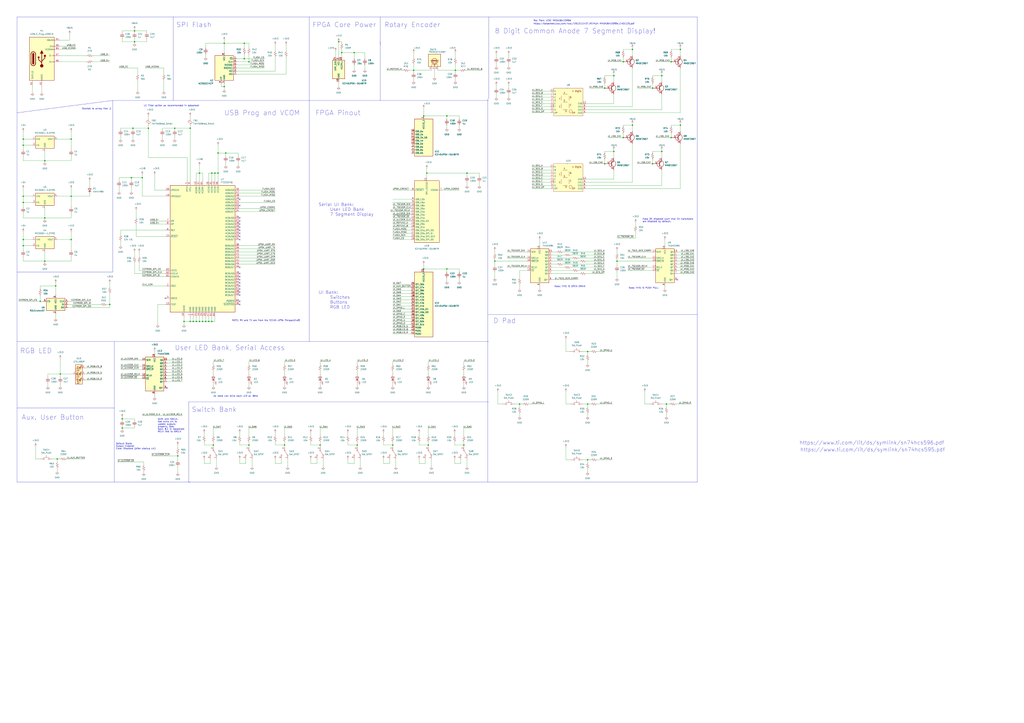
<source format=kicad_sch>
(kicad_sch (version 20230121) (generator eeschema)
  (paper "A1")
  (title_block (title "ProgrammaGull Sandpiper") (date "10/31/2023") (rev "0.0.1") (company "Joseph A. De Vico"))
  (junction (at 543.56 62.23))
  (junction (at 496.57 72.39))
  (junction (at 19.05 196.85))
  (junction (at 121.92 105.41))
  (junction (at 19.05 161.29))
  (junction (at 36.83 179.07))
  (junction (at 482.6 332.105))
  (junction (at 367.03 220.98))
  (junction (at 146.05 374.65))
  (junction (at 406.4 214.63))
  (junction (at 535.94 72.39))
  (junction (at 36.83 214.63))
  (junction (at 166.37 264.16))
  (junction (at 426.72 332.105))
  (junction (at 19.05 119.38))
  (junction (at 551.18 113.03))
  (junction (at 504.19 124.46))
  (junction (at 173.99 264.16))
  (junction (at 110.49 34.29))
  (junction (at 19.05 201.93))
  (junction (at 100.33 344.17))
  (junction (at 58.42 114.3))
  (junction (at 143.51 105.41))
  (junction (at 204.47 50.8))
  (junction (at 184.15 35.56))
  (junction (at 374.015 57.785))
  (junction (at 519.43 40.64))
  (junction (at 262.89 365.76))
  (junction (at 116.84 146.05))
  (junction (at 350.52 142.24))
  (junction (at 278.13 34.29))
  (junction (at 168.91 264.16))
  (junction (at 100.33 351.79))
  (junction (at 107.95 146.05))
  (junction (at 109.22 105.41))
  (junction (at 322.58 365.76))
  (junction (at 163.83 142.24))
  (junction (at 506.73 214.63))
  (junction (at 179.07 142.24))
  (junction (at 339.725 57.785))
  (junction (at 293.37 365.76))
  (junction (at 158.75 264.16))
  (junction (at 290.83 43.18))
  (junction (at 482.6 377.825))
  (junction (at 161.29 264.16))
  (junction (at 519.43 102.87))
  (junction (at 280.67 43.18))
  (junction (at 173.99 142.24))
  (junction (at 175.26 365.76))
  (junction (at 551.18 50.8))
  (junction (at 504.19 62.23))
  (junction (at 151.13 264.16))
  (junction (at 558.8 102.87))
  (junction (at 200.66 48.26))
  (junction (at 543.56 124.46))
  (junction (at 511.81 113.03))
  (junction (at 156.21 105.41))
  (junction (at 19.05 166.37))
  (junction (at 204.47 365.76))
  (junction (at 347.98 220.98))
  (junction (at 535.94 134.62))
  (junction (at 200.66 35.56))
  (junction (at 110.49 25.4))
  (junction (at 179.07 125.73))
  (junction (at 351.79 365.76))
  (junction (at 496.57 134.62))
  (junction (at 347.98 95.25))
  (junction (at 156.21 264.16))
  (junction (at 58.42 196.85))
  (junction (at 171.45 264.16))
  (junction (at 49.53 307.34))
  (junction (at 176.53 142.24))
  (junction (at 33.02 247.65))
  (junction (at 90.17 250.19))
  (junction (at 36.83 132.08))
  (junction (at 58.42 161.29))
  (junction (at 547.37 332.105))
  (junction (at 367.03 95.25))
  (junction (at 184.15 71.12))
  (junction (at 381 365.76))
  (junction (at 233.68 365.76))
  (junction (at 558.8 40.64))
  (junction (at 185.42 125.73))
  (junction (at 511.81 50.8))
  (junction (at 45.72 234.95))
  (junction (at 46.99 377.19))
  (junction (at 482.6 288.925))
  (junction (at 19.05 114.3))
  (junction (at 163.83 264.16))
  (junction (at 383.54 142.24))
  (no_connect (at 196.85 247.65))
  (no_connect (at 196.85 240.03))
  (no_connect (at 196.85 237.49))
  (no_connect (at 196.85 227.33))
  (no_connect (at 196.85 179.07))
  (no_connect (at 556.26 229.87))
  (no_connect (at 196.85 232.41))
  (no_connect (at 196.85 191.77))
  (no_connect (at 196.85 168.91))
  (no_connect (at 196.85 186.69))
  (no_connect (at 196.85 242.57))
  (no_connect (at 137.16 318.77))
  (no_connect (at 196.85 224.79))
  (no_connect (at 196.85 229.87))
  (no_connect (at 196.85 196.85))
  (no_connect (at 196.85 189.23))
  (no_connect (at 196.85 234.95))
  (no_connect (at 196.85 194.31))
  (no_connect (at 196.85 184.15))
  (no_connect (at 196.85 181.61))
  (no_connect (at 196.85 250.19))
  (no_connect (at 135.89 245.11))
  (no_connect (at 196.85 219.71))
  (no_connect (at 196.85 163.83))
  (wire (pts (xy 116.84 341.63) (xy 149.86 341.63)))
  (wire (pts (xy 417.83 69.85) (xy 417.83 72.39)))
  (wire (pts (xy 521.97 182.88) (xy 521.97 185.42)))
  (wire (pts (xy 290.83 43.18) (xy 280.67 43.18)))
  (wire (pts (xy 322.58 168.91) (xy 337.82 168.91)))
  (wire (pts (xy 137.16 306.07) (xy 149.86 306.07)))
  (wire (pts (xy 196.85 212.09) (xy 226.06 212.09)))
  (wire (pts (xy 33.02 247.65) (xy 35.56 247.65)))
  (wire (pts (xy 167.64 377.19) (xy 167.64 381)))
  (wire (pts (xy 383.54 377.19) (xy 383.54 383.54)))
  (wire (pts (xy 344.17 365.76) (xy 351.79 365.76)))
  (polyline (pts (xy 312.42 82.55) (xy 401.32 82.55)))
  (wire (pts (xy 55.88 252.73) (xy 90.17 252.73)))
  (wire (pts (xy 331.47 297.18) (xy 322.58 297.18)))
  (wire (pts (xy 474.98 212.09) (xy 496.57 212.09)))
  (wire (pts (xy 535.94 62.23) (xy 535.94 63.5)))
  (wire (pts (xy 173.99 142.24) (xy 173.99 148.59)))
  (wire (pts (xy 146.05 373.38) (xy 146.05 374.65)))
  (wire (pts (xy 176.53 142.24) (xy 176.53 148.59)))
  (wire (pts (xy 462.28 217.17) (xy 496.57 217.17)))
  (wire (pts (xy 436.88 85.09) (xy 452.12 85.09)))
  (wire (pts (xy 19.05 119.38) (xy 19.05 123.19)))
  (wire (pts (xy 535.94 130.81) (xy 535.94 134.62)))
  (wire (pts (xy 36.83 207.01) (xy 36.83 214.63)))
  (wire (pts (xy 339.725 64.77) (xy 339.725 66.675)))
  (wire (pts (xy 184.15 35.56) (xy 184.15 43.18)))
  (wire (pts (xy 161.29 264.16) (xy 161.29 260.35)))
  (wire (pts (xy 255.27 363.22) (xy 255.27 365.76)))
  (wire (pts (xy 19.05 128.27) (xy 19.05 132.08)))
  (wire (pts (xy 389.89 297.18) (xy 381 297.18)))
  (wire (pts (xy 200.66 35.56) (xy 200.66 39.37)))
  (wire (pts (xy 204.47 297.18) (xy 204.47 299.72)))
  (polyline (pts (xy 13.97 335.28) (xy 93.98 335.28)))
  (wire (pts (xy 335.915 57.785) (xy 339.725 57.785)))
  (wire (pts (xy 97.79 146.05) (xy 97.79 148.59)))
  (wire (pts (xy 196.85 363.22) (xy 196.85 365.76)))
  (wire (pts (xy 156.21 264.16) (xy 156.21 260.35)))
  (wire (pts (xy 468.63 219.71) (xy 496.57 219.71)))
  (polyline (pts (xy 401.32 396.24) (xy 401.32 396.24)))
  (wire (pts (xy 543.56 123.19) (xy 543.56 124.46)))
  (wire (pts (xy 137.16 303.53) (xy 149.86 303.53)))
  (wire (pts (xy 558.8 118.11) (xy 558.8 154.94)))
  (wire (pts (xy 58.42 154.94) (xy 58.42 161.29)))
  (wire (pts (xy 110.49 34.29) (xy 120.65 34.29)))
  (wire (pts (xy 129.54 266.7) (xy 129.54 250.19)))
  (wire (pts (xy 551.18 109.22) (xy 551.18 113.03)))
  (wire (pts (xy 481.33 90.17) (xy 543.56 90.17)))
  (wire (pts (xy 416.56 207.01) (xy 433.07 207.01)))
  (wire (pts (xy 322.58 246.38) (xy 337.82 246.38)))
  (wire (pts (xy 367.03 223.52) (xy 367.03 220.98)))
  (wire (pts (xy 496.57 68.58) (xy 496.57 72.39)))
  (wire (pts (xy 179.07 125.73) (xy 179.07 142.24)))
  (wire (pts (xy 19.05 114.3) (xy 19.05 119.38)))
  (wire (pts (xy 339.725 57.785) (xy 354.33 57.785)))
  (wire (pts (xy 166.37 142.24) (xy 163.83 142.24)))
  (wire (pts (xy 176.53 142.24) (xy 173.99 142.24)))
  (wire (pts (xy 453.39 229.87) (xy 474.98 229.87)))
  (wire (pts (xy 453.39 224.79) (xy 476.25 224.79)))
  (wire (pts (xy 453.39 207.01) (xy 457.2 207.01)))
  (wire (pts (xy 163.83 135.89) (xy 163.83 142.24)))
  (wire (pts (xy 242.57 297.18) (xy 233.68 297.18)))
  (wire (pts (xy 535.94 124.46) (xy 535.94 125.73)))
  (wire (pts (xy 121.92 105.41) (xy 109.22 105.41)))
  (wire (pts (xy 55.88 247.65) (xy 74.93 247.65)))
  (wire (pts (xy 504.19 62.23) (xy 496.57 62.23)))
  (wire (pts (xy 195.58 133.35) (xy 195.58 135.89)))
  (polyline (pts (xy 13.97 280.67) (xy 13.97 335.28)))
  (wire (pts (xy 262.89 365.76) (xy 262.89 367.03)))
  (wire (pts (xy 36.83 171.45) (xy 36.83 179.07)))
  (wire (pts (xy 436.88 87.63) (xy 452.12 87.63)))
  (wire (pts (xy 15.24 247.65) (xy 33.02 247.65)))
  (wire (pts (xy 556.26 209.55) (xy 570.23 209.55)))
  (wire (pts (xy 490.22 377.825) (xy 502.92 377.825)))
  (wire (pts (xy 196.85 173.99) (xy 226.06 173.99)))
  (wire (pts (xy 127 288.29) (xy 127 290.83)))
  (wire (pts (xy 36.83 179.07) (xy 36.83 180.34)))
  (wire (pts (xy 58.42 107.95) (xy 58.42 114.3)))
  (wire (pts (xy 374.015 64.77) (xy 374.015 66.675)))
  (wire (pts (xy 322.58 363.22) (xy 322.58 365.76)))
  (wire (pts (xy 453.39 214.63) (xy 476.25 214.63)))
  (wire (pts (xy 194.31 48.26) (xy 200.66 48.26)))
  (wire (pts (xy 481.33 149.86) (xy 519.43 149.86)))
  (wire (pts (xy 226.06 355.6) (xy 226.06 358.14)))
  (wire (pts (xy 196.85 214.63) (xy 226.06 214.63)))
  (polyline (pts (xy 392.43 280.67) (xy 401.32 280.67)))
  (wire (pts (xy 121.92 102.87) (xy 121.92 105.41)))
  (wire (pts (xy 196.85 171.45) (xy 226.06 171.45)))
  (wire (pts (xy 436.88 90.17) (xy 452.12 90.17)))
  (wire (pts (xy 19.05 132.08) (xy 36.83 132.08)))
  (wire (pts (xy 100.33 25.4) (xy 110.49 25.4)))
  (wire (pts (xy 290.83 377.19) (xy 290.83 381)))
  (wire (pts (xy 519.43 40.64) (xy 519.43 45.72)))
  (wire (pts (xy 116.84 227.33) (xy 135.89 227.33)))
  (wire (pts (xy 137.16 308.61) (xy 149.86 308.61)))
  (wire (pts (xy 204.47 39.37) (xy 204.47 35.56)))
  (wire (pts (xy 45.72 234.95) (xy 45.72 242.57)))
  (wire (pts (xy 99.06 111.76) (xy 99.06 114.3)))
  (wire (pts (xy 226.06 377.19) (xy 226.06 381)))
  (wire (pts (xy 374.015 52.705) (xy 374.015 57.785)))
  (wire (pts (xy 506.73 205.74) (xy 506.73 208.28)))
  (wire (pts (xy 558.8 102.87) (xy 551.18 102.87)))
  (wire (pts (xy 200.66 48.26) (xy 217.17 48.26)))
  (wire (pts (xy 113.03 55.88) (xy 97.79 55.88)))
  (wire (pts (xy 19.05 196.85) (xy 19.05 201.93)))
  (wire (pts (xy 381 351.79) (xy 381 358.14)))
  (wire (pts (xy 175.26 314.96) (xy 175.26 317.5)))
  (wire (pts (xy 19.05 114.3) (xy 26.67 114.3)))
  (polyline (pts (xy 392.43 330.2) (xy 401.32 330.2)))
  (wire (pts (xy 167.64 381) (xy 172.72 381)))
  (wire (pts (xy 351.79 363.22) (xy 351.79 365.76)))
  (wire (pts (xy 107.95 146.05) (xy 107.95 148.59)))
  (wire (pts (xy 109.22 111.76) (xy 109.22 114.3)))
  (wire (pts (xy 322.58 243.84) (xy 337.82 243.84)))
  (wire (pts (xy 351.79 351.79) (xy 351.79 358.14)))
  (wire (pts (xy 299.72 53.34) (xy 299.72 57.15)))
  (wire (pts (xy 173.99 142.24) (xy 171.45 142.24)))
  (wire (pts (xy 515.62 219.71) (xy 535.94 219.71)))
  (wire (pts (xy 19.05 210.82) (xy 19.05 214.63)))
  (wire (pts (xy 196.85 207.01) (xy 226.06 207.01)))
  (wire (pts (xy 185.42 128.27) (xy 185.42 125.73)))
  (wire (pts (xy 314.96 381) (xy 320.04 381)))
  (wire (pts (xy 168.91 44.45) (xy 168.91 46.99)))
  (wire (pts (xy 29.21 367.03) (xy 29.21 377.19)))
  (wire (pts (xy 36.83 132.08) (xy 36.83 133.35)))
  (polyline (pts (xy 254 280.67) (xy 254 82.55)))
  (wire (pts (xy 213.36 297.18) (xy 204.47 297.18)))
  (wire (pts (xy 417.83 77.47) (xy 417.83 80.01)))
  (polyline (pts (xy 154.94 330.2) (xy 392.43 330.2)))
  (wire (pts (xy 114.3 222.25) (xy 135.89 222.25)))
  (polyline (pts (xy 400.685 396.24) (xy 400.685 257.175)))
  (wire (pts (xy 262.89 351.79) (xy 269.24 351.79)))
  (wire (pts (xy 436.88 82.55) (xy 452.12 82.55)))
  (polyline (pts (xy 13.97 396.24) (xy 93.98 396.24)))
  (wire (pts (xy 161.29 142.24) (xy 161.29 148.59)))
  (wire (pts (xy 184.15 33.02) (xy 184.15 35.56)))
  (wire (pts (xy 49.53 294.64) (xy 49.53 307.34)))
  (wire (pts (xy 194.31 55.88) (xy 217.17 55.88)))
  (wire (pts (xy 57.15 33.02) (xy 49.53 33.02)))
  (wire (pts (xy 426.72 342.265) (xy 426.72 339.725)))
  (wire (pts (xy 293.37 297.18) (xy 293.37 299.72)))
  (wire (pts (xy 378.46 377.19) (xy 378.46 381)))
  (wire (pts (xy 19.05 161.29) (xy 19.05 166.37)))
  (wire (pts (xy 322.58 254) (xy 337.82 254)))
  (wire (pts (xy 76.2 50.8) (xy 90.17 50.8)))
  (wire (pts (xy 36.83 124.46) (xy 36.83 132.08)))
  (wire (pts (xy 204.47 35.56) (xy 200.66 35.56)))
  (wire (pts (xy 350.52 142.24) (xy 350.52 146.05)))
  (wire (pts (xy 482.6 332.105) (xy 485.14 332.105)))
  (wire (pts (xy 100.33 342.9) (xy 100.33 344.17)))
  (wire (pts (xy 173.99 264.16) (xy 176.53 264.16)))
  (wire (pts (xy 262.89 304.8) (xy 262.89 307.34)))
  (wire (pts (xy 511.81 46.99) (xy 511.81 50.8)))
  (polyline (pts (xy 312.42 34.29) (xy 312.42 82.55)))
  (wire (pts (xy 558.8 40.64) (xy 558.8 45.72)))
  (wire (pts (xy 546.1 196.85) (xy 546.1 201.93)))
  (wire (pts (xy 233.68 363.22) (xy 233.68 365.76)))
  (wire (pts (xy 322.58 196.85) (xy 337.82 196.85)))
  (wire (pts (xy 339.725 57.785) (xy 339.725 59.69)))
  (wire (pts (xy 143.51 111.76) (xy 143.51 114.3)))
  (wire (pts (xy 322.58 189.23) (xy 337.82 189.23)))
  (wire (pts (xy 367.03 97.79) (xy 367.03 95.25)))
  (wire (pts (xy 58.42 114.3) (xy 46.99 114.3)))
  (wire (pts (xy 129.54 250.19) (xy 135.89 250.19)))
  (wire (pts (xy 45.72 232.41) (xy 45.72 234.95)))
  (wire (pts (xy 168.91 39.37) (xy 168.91 35.56)))
  (wire (pts (xy 90.17 232.41) (xy 90.17 236.22)))
  (wire (pts (xy 556.26 207.01) (xy 570.23 207.01)))
  (wire (pts (xy 506.73 213.36) (xy 506.73 214.63)))
  (wire (pts (xy 436.88 137.16) (xy 452.12 137.16)))
  (wire (pts (xy 354.33 57.15) (xy 354.33 57.785)))
  (wire (pts (xy 236.22 377.19) (xy 236.22 383.54)))
  (wire (pts (xy 373.38 381) (xy 378.46 381)))
  (wire (pts (xy 464.82 321.945) (xy 464.82 332.105)))
  (wire (pts (xy 271.78 297.18) (xy 262.89 297.18)))
  (wire (pts (xy 504.19 147.32) (xy 504.19 139.7)))
  (wire (pts (xy 344.17 377.19) (xy 344.17 381)))
  (wire (pts (xy 175.26 351.79) (xy 181.61 351.79)))
  (wire (pts (xy 556.26 212.09) (xy 570.23 212.09)))
  (wire (pts (xy 255.27 381) (xy 260.35 381)))
  (wire (pts (xy 45.72 257.81) (xy 45.72 261.62)))
  (wire (pts (xy 381 351.79) (xy 387.35 351.79)))
  (wire (pts (xy 137.16 298.45) (xy 149.86 298.45)))
  (wire (pts (xy 156.21 105.41) (xy 143.51 105.41)))
  (wire (pts (xy 426.72 233.68) (xy 426.72 237.49)))
  (wire (pts (xy 436.88 142.24) (xy 452.12 142.24)))
  (wire (pts (xy 482.6 299.085) (xy 482.6 296.545)))
  (wire (pts (xy 118.11 382.27) (xy 118.11 379.73)))
  (wire (pts (xy 233.68 314.96) (xy 233.68 317.5)))
  (wire (pts (xy 350.52 142.24) (xy 383.54 142.24)))
  (polyline (pts (xy 392.43 396.24) (xy 142.24 396.24)))
  (wire (pts (xy 322.58 241.3) (xy 337.82 241.3)))
  (wire (pts (xy 173.99 264.16) (xy 173.99 260.35)))
  (wire (pts (xy 58.42 123.19) (xy 58.42 114.3)))
  (wire (pts (xy 504.19 60.96) (xy 504.19 62.23)))
  (wire (pts (xy 322.58 156.21) (xy 337.82 156.21)))
  (wire (pts (xy 543.56 62.23) (xy 543.56 67.31)))
  (wire (pts (xy 373.38 365.76) (xy 381 365.76)))
  (wire (pts (xy 111.76 194.31) (xy 135.89 194.31)))
  (wire (pts (xy 90.17 250.19) (xy 90.17 252.73)))
  (polyline (pts (xy 154.94 330.2) (xy 154.94 396.24)))
  (wire (pts (xy 453.39 219.71) (xy 463.55 219.71)))
  (wire (pts (xy 436.88 74.93) (xy 452.12 74.93)))
  (wire (pts (xy 504.19 62.23) (xy 504.19 67.31)))
  (wire (pts (xy 515.62 222.25) (xy 535.94 222.25)))
  (wire (pts (xy 127 323.85) (xy 127 326.39)))
  (wire (pts (xy 151.13 264.16) (xy 151.13 266.7)))
  (wire (pts (xy 322.58 264.16) (xy 337.82 264.16)))
  (wire (pts (xy 46.99 377.19) (xy 49.53 377.19)))
  (wire (pts (xy 556.26 224.79) (xy 570.23 224.79)))
  (wire (pts (xy 515.62 207.01) (xy 535.94 207.01)))
  (wire (pts (xy 113.03 66.04) (xy 113.03 74.93)))
  (wire (pts (xy 349.25 377.19) (xy 349.25 381)))
  (wire (pts (xy 543.56 62.23) (xy 535.94 62.23)))
  (polyline (pts (xy 93.98 396.24) (xy 142.24 396.24)))
  (wire (pts (xy 107.95 153.67) (xy 107.95 157.48)))
  (wire (pts (xy 123.19 181.61) (xy 135.89 181.61)))
  (wire (pts (xy 172.72 377.19) (xy 172.72 381)))
  (wire (pts (xy 347.98 217.17) (xy 347.98 220.98)))
  (polyline (pts (xy 400.685 258.445) (xy 572.77 258.445)))
  (wire (pts (xy 166.37 264.16) (xy 166.37 260.35)))
  (wire (pts (xy 436.88 154.94) (xy 452.12 154.94)))
  (wire (pts (xy 134.62 55.88) (xy 119.38 55.88)))
  (wire (pts (xy 351.79 314.96) (xy 351.79 317.5)))
  (wire (pts (xy 204.47 363.22) (xy 204.47 365.76)))
  (wire (pts (xy 322.58 163.83) (xy 337.82 163.83)))
  (wire (pts (xy 482.6 377.825) (xy 485.14 377.825)))
  (wire (pts (xy 543.56 124.46) (xy 543.56 129.54)))
  (wire (pts (xy 118.11 387.35) (xy 118.11 388.62)))
  (wire (pts (xy 233.68 297.18) (xy 233.68 299.72)))
  (wire (pts (xy 107.95 146.05) (xy 116.84 146.05)))
  (wire (pts (xy 175.26 351.79) (xy 175.26 358.14)))
  (wire (pts (xy 133.35 111.76) (xy 133.35 114.3)))
  (wire (pts (xy 196.85 209.55) (xy 226.06 209.55)))
  (wire (pts (xy 322.58 271.78) (xy 337.82 271.78)))
  (wire (pts (xy 443.23 196.85) (xy 443.23 201.93)))
  (wire (pts (xy 55.88 250.19) (xy 82.55 250.19)))
  (polyline (pts (xy 401.32 13.97) (xy 572.77 13.97)))
  (wire (pts (xy 285.75 363.22) (xy 285.75 365.76)))
  (wire (pts (xy 351.79 351.79) (xy 358.14 351.79)))
  (wire (pts (xy 558.8 39.37) (xy 558.8 40.64)))
  (wire (pts (xy 506.73 214.63) (xy 506.73 218.44)))
  (wire (pts (xy 195.58 125.73) (xy 195.58 128.27)))
  (wire (pts (xy 110.49 25.4) (xy 110.49 24.13)))
  (wire (pts (xy 320.675 173.99) (xy 337.82 173.99)))
  (wire (pts (xy 504.19 124.46) (xy 496.57 124.46)))
  (wire (pts (xy 481.33 87.63) (xy 519.43 87.63)))
  (polyline (pts (xy 13.97 223.52) (xy 13.97 280.67)))
  (wire (pts (xy 293.37 314.96) (xy 293.37 317.5)))
  (wire (pts (xy 175.26 304.8) (xy 175.26 307.34)))
  (wire (pts (xy 163.83 264.16) (xy 163.83 260.35)))
  (wire (pts (xy 407.67 46.99) (xy 407.67 44.45)))
  (wire (pts (xy 116.84 143.51) (xy 116.84 146.05)))
  (wire (pts (xy 482.6 288.925) (xy 485.14 288.925)))
  (wire (pts (xy 109.22 105.41) (xy 109.22 106.68)))
  (wire (pts (xy 354.33 377.19) (xy 354.33 383.54)))
  (wire (pts (xy 299.72 48.26) (xy 299.72 43.18)))
  (polyline (pts (xy 13.97 335.28) (xy 13.97 396.24)))
  (wire (pts (xy 322.58 269.24) (xy 337.82 269.24)))
  (wire (pts (xy 344.17 363.22) (xy 344.17 365.76)))
  (wire (pts (xy 134.62 60.96) (xy 134.62 55.88)))
  (wire (pts (xy 322.58 251.46) (xy 337.82 251.46)))
  (wire (pts (xy 381 314.96) (xy 381 317.5)))
  (wire (pts (xy 436.88 147.32) (xy 452.12 147.32)))
  (wire (pts (xy 373.38 355.6) (xy 373.38 358.14)))
  (wire (pts (xy 347.98 88.9) (xy 347.98 95.25)))
  (polyline (pts (xy 312.42 13.97) (xy 312.42 36.83)))
  (wire (pts (xy 100.33 344.17) (xy 100.33 345.44)))
  (wire (pts (xy 436.88 77.47) (xy 452.12 77.47)))
  (wire (pts (xy 114.3 207.01) (xy 114.3 210.82)))
  (wire (pts (xy 26.67 71.12) (xy 26.67 76.2)))
  (wire (pts (xy 255.27 365.76) (xy 262.89 365.76)))
  (wire (pts (xy 322.58 194.31) (xy 337.82 194.31)))
  (wire (pts (xy 262.89 351.79) (xy 262.89 358.14)))
  (wire (pts (xy 127 156.21) (xy 135.89 156.21)))
  (wire (pts (xy 547.37 332.105) (xy 543.56 332.105)))
  (wire (pts (xy 100.33 26.67) (xy 100.33 25.4)))
  (wire (pts (xy 377.825 57.785) (xy 374.015 57.785)))
  (wire (pts (xy 204.47 304.8) (xy 204.47 307.34)))
  (wire (pts (xy 462.28 207.01) (xy 496.57 207.01)))
  (wire (pts (xy 255.27 355.6) (xy 255.27 358.14)))
  (wire (pts (xy 322.58 351.79) (xy 322.58 358.14)))
  (wire (pts (xy 19.05 166.37) (xy 26.67 166.37)))
  (wire (pts (xy 350.52 138.43) (xy 350.52 142.24)))
  (wire (pts (xy 322.58 297.18) (xy 322.58 299.72)))
  (polyline (pts (xy 254 82.55) (xy 142.24 82.55)))
  (wire (pts (xy 426.72 228.6) (xy 426.72 222.25)))
  (wire (pts (xy 33.02 234.95) (xy 45.72 234.95)))
  (wire (pts (xy 322.58 304.8) (xy 322.58 307.34)))
  (wire (pts (xy 110.49 215.9) (xy 110.49 224.79)))
  (wire (pts (xy 19.05 201.93) (xy 26.67 201.93)))
  (wire (pts (xy 547.37 332.105) (xy 549.91 332.105)))
  (wire (pts (xy 406.4 223.52) (xy 406.4 228.6)))
  (wire (pts (xy 511.81 40.64) (xy 511.81 41.91)))
  (wire (pts (xy 120.65 34.29) (xy 120.65 31.75)))
  (wire (pts (xy 262.89 297.18) (xy 262.89 299.72)))
  (wire (pts (xy 547.37 342.265) (xy 547.37 339.725)))
  (wire (pts (xy 519.43 102.87) (xy 511.81 102.87)))
  (wire (pts (xy 168.91 264.16) (xy 168.91 260.35)))
  (wire (pts (xy 100.33 351.79) (xy 100.33 353.06)))
  (wire (pts (xy 506.73 223.52) (xy 506.73 228.6)))
  (wire (pts (xy 302.26 297.18) (xy 293.37 297.18)))
  (wire (pts (xy 367.03 220.98) (xy 377.19 220.98)))
  (wire (pts (xy 124.46 374.65) (xy 146.05 374.65)))
  (wire (pts (xy 490.22 332.105) (xy 502.92 332.105)))
  (wire (pts (xy 36.83 214.63) (xy 58.42 214.63)))
  (wire (pts (xy 175.26 365.76) (xy 175.26 367.03)))
  (wire (pts (xy 322.58 233.68) (xy 337.82 233.68)))
  (wire (pts (xy 179.07 142.24) (xy 176.53 142.24)))
  (polyline (pts (xy 312.42 13.97) (xy 401.32 13.97)))
  (wire (pts (xy 322.58 236.22) (xy 337.82 236.22)))
  (wire (pts (xy 204.47 314.96) (xy 204.47 317.5)))
  (wire (pts (xy 482.6 342.265) (xy 482.6 339.725)))
  (wire (pts (xy 322.58 248.92) (xy 337.82 248.92)))
  (wire (pts (xy 58.42 170.18) (xy 58.42 161.29)))
  (wire (pts (xy 185.42 125.73) (xy 195.58 125.73)))
  (wire (pts (xy 482.6 387.985) (xy 482.6 385.445)))
  (wire (pts (xy 34.29 71.12) (xy 34.29 76.2)))
  (wire (pts (xy 519.43 40.64) (xy 511.81 40.64)))
  (wire (pts (xy 110.49 25.4) (xy 120.65 25.4)))
  (polyline (pts (xy 572.77 233.68) (xy 572.77 82.55)))
  (wire (pts (xy 194.31 53.34) (xy 217.17 53.34)))
  (wire (pts (xy 196.85 365.76) (xy 204.47 365.76)))
  (wire (pts (xy 171.45 264.16) (xy 173.99 264.16)))
  (polyline (pts (xy 400.685 81.28) (xy 400.685 257.175)))
  (wire (pts (xy 417.83 44.45) (xy 417.83 46.99)))
  (wire (pts (xy 90.17 241.3) (xy 90.17 250.19)))
  (wire (pts (xy 19.05 214.63) (xy 36.83 214.63)))
  (wire (pts (xy 143.51 105.41) (xy 143.51 106.68)))
  (wire (pts (xy 278.13 67.31) (xy 278.13 71.12)))
  (wire (pts (xy 36.83 179.07) (xy 58.42 179.07)))
  (wire (pts (xy 143.51 105.41) (xy 133.35 105.41)))
  (wire (pts (xy 58.42 196.85) (xy 46.99 196.85)))
  (wire (pts (xy 351.79 297.18) (xy 351.79 299.72)))
  (wire (pts (xy 19.05 190.5) (xy 19.05 196.85)))
  (wire (pts (xy 134.62 66.04) (xy 134.62 74.93)))
  (wire (pts (xy 547.37 334.645) (xy 547.37 332.105)))
  (wire (pts (xy 558.8 40.64) (xy 551.18 40.64)))
  (wire (pts (xy 58.42 161.29) (xy 73.66 161.29)))
  (wire (pts (xy 290.83 48.26) (xy 290.83 43.18)))
  (wire (pts (xy 426.72 332.105) (xy 429.26 332.105)))
  (wire (pts (xy 535.94 68.58) (xy 535.94 72.39)))
  (wire (pts (xy 481.33 85.09) (xy 504.19 85.09)))
  (wire (pts (xy 381 297.18) (xy 381 299.72)))
  (wire (pts (xy 184.15 71.12) (xy 184.15 73.66)))
  (wire (pts (xy 278.13 34.29) (xy 278.13 46.99)))
  (wire (pts (xy 322.58 166.37) (xy 337.82 166.37)))
  (wire (pts (xy 19.05 201.93) (xy 19.05 205.74)))
  (wire (pts (xy 360.68 297.18) (xy 351.79 297.18)))
  (wire (pts (xy 367.03 102.87) (xy 367.03 105.41)))
  (wire (pts (xy 314.96 365.76) (xy 322.58 365.76)))
  (wire (pts (xy 111.76 184.15) (xy 111.76 194.31)))
  (wire (pts (xy 499.11 113.03) (xy 511.81 113.03)))
  (wire (pts (xy 406.4 214.63) (xy 406.4 218.44)))
  (wire (pts (xy 33.02 242.57) (xy 33.02 247.65)))
  (wire (pts (xy 19.05 154.94) (xy 19.05 161.29)))
  (wire (pts (xy 100.33 34.29) (xy 100.33 31.75)))
  (wire (pts (xy 49.53 307.34) (xy 49.53 309.88)))
  (wire (pts (xy 556.26 222.25) (xy 570.23 222.25)))
  (wire (pts (xy 226.06 46.99) (xy 226.06 58.42)))
  (wire (pts (xy 554.99 332.105) (xy 567.69 332.105)))
  (wire (pts (xy 322.58 266.7) (xy 337.82 266.7)))
  (wire (pts (xy 133.35 105.41) (xy 133.35 106.68)))
  (wire (pts (xy 453.39 222.25) (xy 469.9 222.25)))
  (wire (pts (xy 99.06 105.41) (xy 99.06 106.68)))
  (wire (pts (xy 393.7 142.24) (xy 393.7 144.78)))
  (wire (pts (xy 262.89 363.22) (xy 262.89 365.76)))
  (wire (pts (xy 551.18 40.64) (xy 551.18 41.91)))
  (wire (pts (xy 558.8 55.88) (xy 558.8 92.71)))
  (wire (pts (xy 496.57 124.46) (xy 496.57 125.73)))
  (wire (pts (xy 171.45 142.24) (xy 171.45 148.59)))
  (wire (pts (xy 504.19 123.19) (xy 504.19 124.46)))
  (wire (pts (xy 118.11 379.73) (xy 96.52 379.73)))
  (wire (pts (xy 373.38 363.22) (xy 373.38 365.76)))
  (wire (pts (xy 482.6 291.465) (xy 482.6 288.925)))
  (wire (pts (xy 543.56 60.96) (xy 543.56 62.23)))
  (wire (pts (xy 436.88 80.01) (xy 452.12 80.01)))
  (wire (pts (xy 322.58 274.32) (xy 337.82 274.32)))
  (wire (pts (xy 58.42 214.63) (xy 58.42 210.82)))
  (wire (pts (xy 19.05 119.38) (xy 26.67 119.38)))
  (wire (pts (xy 351.79 365.76) (xy 351.79 367.03)))
  (wire (pts (xy 196.85 381) (xy 201.93 381)))
  (wire (pts (xy 137.16 300.99) (xy 149.86 300.99)))
  (wire (pts (xy 87.63 250.19) (xy 90.17 250.19)))
  (wire (pts (xy 499.11 50.8) (xy 511.81 50.8)))
  (wire (pts (xy 322.58 186.69) (xy 337.82 186.69)))
  (polyline (pts (xy 254 82.55) (xy 312.42 82.55)))
  (wire (pts (xy 116.84 146.05) (xy 116.84 161.29)))
  (wire (pts (xy 373.38 377.19) (xy 373.38 381)))
  (wire (pts (xy 49.53 45.72) (xy 71.12 45.72)))
  (wire (pts (xy 110.49 344.17) (xy 100.33 344.17)))
  (wire (pts (xy 344.17 355.6) (xy 344.17 358.14)))
  (wire (pts (xy 515.62 212.09) (xy 535.94 212.09)))
  (wire (pts (xy 73.66 148.59) (xy 73.66 152.4)))
  (wire (pts (xy 322.58 171.45) (xy 337.82 171.45)))
  (wire (pts (xy 280.67 40.64) (xy 280.67 43.18)))
  (wire (pts (xy 374.015 57.785) (xy 374.015 59.69)))
  (wire (pts (xy 196.85 217.17) (xy 226.06 217.17)))
  (wire (pts (xy 339.725 43.18) (xy 339.725 47.625)))
  (wire (pts (xy 464.82 377.825) (xy 468.63 377.825)))
  (wire (pts (xy 543.56 77.47) (xy 543.56 90.17)))
  (wire (pts (xy 521.97 190.5) (xy 521.97 195.58)))
  (wire (pts (xy 483.87 134.62) (xy 496.57 134.62)))
  (wire (pts (xy 322.58 261.62) (xy 337.82 261.62)))
  (wire (pts (xy 33.02 237.49) (xy 33.02 234.95)))
  (wire (pts (xy 407.67 52.07) (xy 407.67 54.61)))
  (polyline (pts (xy 401.32 81.28) (xy 401.32 13.97)))
  (wire (pts (xy 121.92 95.25) (xy 121.92 97.79)))
  (wire (pts (xy 383.54 149.86) (xy 383.54 152.4)))
  (wire (pts (xy 171.45 260.35) (xy 171.45 264.16)))
  (wire (pts (xy 231.14 377.19) (xy 231.14 381)))
  (wire (pts (xy 175.26 297.18) (xy 175.26 299.72)))
  (wire (pts (xy 453.39 212.09) (xy 469.9 212.09)))
  (wire (pts (xy 135.89 189.23) (xy 99.06 189.23)))
  (wire (pts (xy 156.21 95.25) (xy 156.21 97.79)))
  (wire (pts (xy 49.53 307.34) (xy 59.69 307.34)))
  (wire (pts (xy 322.58 238.76) (xy 337.82 238.76)))
  (wire (pts (xy 406.4 213.36) (xy 406.4 214.63)))
  (wire (pts (xy 464.82 278.765) (xy 464.82 288.925)))
  (wire (pts (xy 317.5 57.785) (xy 330.835 57.785)))
  (wire (pts (xy 114.3 215.9) (xy 114.3 222.25)))
  (polyline (pts (xy 254 13.97) (xy 142.24 13.97)))
  (wire (pts (xy 481.33 92.71) (xy 558.8 92.71)))
  (wire (pts (xy 146.05 374.65) (xy 146.05 378.46)))
  (wire (pts (xy 381 363.22) (xy 381 365.76)))
  (polyline (pts (xy 572.77 13.97) (xy 572.77 82.55)))
  (polyline (pts (xy 154.94 396.24) (xy 156.21 396.24)))
  (wire (pts (xy 519.43 101.6) (xy 519.43 102.87)))
  (wire (pts (xy 163.83 142.24) (xy 161.29 142.24)))
  (wire (pts (xy 146.05 383.54) (xy 146.05 388.62)))
  (wire (pts (xy 504.19 85.09) (xy 504.19 77.47)))
  (wire (pts (xy 481.33 154.94) (xy 558.8 154.94)))
  (wire (pts (xy 506.73 195.58) (xy 521.97 195.58)))
  (wire (pts (xy 137.16 313.69) (xy 149.86 313.69)))
  (wire (pts (xy 285.75 355.6) (xy 285.75 358.14)))
  (wire (pts (xy 57.15 27.94) (xy 57.15 33.02)))
  (wire (pts (xy 416.56 219.71) (xy 433.07 219.71)))
  (wire (pts (xy 97.79 146.05) (xy 107.95 146.05)))
  (wire (pts (xy 322.58 181.61) (xy 337.82 181.61)))
  (wire (pts (xy 546.1 234.95) (xy 546.1 237.49)))
  (wire (pts (xy 151.13 260.35) (xy 151.13 264.16)))
  (wire (pts (xy 377.19 220.98) (xy 377.19 223.52)))
  (wire (pts (xy 156.21 105.41) (xy 156.21 148.59)))
  (wire (pts (xy 69.85 302.26) (xy 83.82 302.26)))
  (polyline (pts (xy 13.97 280.67) (xy 254 280.67)))
  (wire (pts (xy 110.49 31.75) (xy 110.49 34.29)))
  (wire (pts (xy 196.85 201.93) (xy 226.06 201.93)))
  (wire (pts (xy 184.15 297.18) (xy 175.26 297.18)))
  (wire (pts (xy 383.54 142.24) (xy 393.7 142.24)))
  (wire (pts (xy 538.48 50.8) (xy 551.18 50.8)))
  (wire (pts (xy 523.24 134.62) (xy 535.94 134.62)))
  (wire (pts (xy 293.37 351.79) (xy 299.72 351.79)))
  (wire (pts (xy 543.56 139.7) (xy 543.56 152.4)))
  (polyline (pts (xy 92.71 223.52) (xy 92.71 82.55)))
  (wire (pts (xy 483.87 72.39) (xy 496.57 72.39)))
  (wire (pts (xy 538.48 113.03) (xy 551.18 113.03)))
  (wire (pts (xy 167.64 365.76) (xy 175.26 365.76)))
  (wire (pts (xy 156.21 264.16) (xy 158.75 264.16)))
  (wire (pts (xy 204.47 351.79) (xy 204.47 358.14)))
  (wire (pts (xy 99.06 303.53) (xy 116.84 303.53)))
  (wire (pts (xy 280.67 35.56) (xy 280.67 34.29)))
  (wire (pts (xy 123.19 184.15) (xy 135.89 184.15)))
  (wire (pts (xy 558.8 101.6) (xy 558.8 102.87)))
  (wire (pts (xy 367.03 95.25) (xy 377.19 95.25)))
  (wire (pts (xy 49.53 307.34) (xy 39.37 307.34)))
  (polyline (pts (xy 142.24 13.97) (xy 13.97 13.97)))
  (wire (pts (xy 453.39 217.17) (xy 457.2 217.17)))
  (wire (pts (xy 19.05 179.07) (xy 36.83 179.07)))
  (wire (pts (xy 46.99 377.19) (xy 43.18 377.19)))
  (wire (pts (xy 110.49 351.79) (xy 100.33 351.79)))
  (wire (pts (xy 322.58 259.08) (xy 337.82 259.08)))
  (wire (pts (xy 19.05 161.29) (xy 26.67 161.29)))
  (wire (pts (xy 325.12 377.19) (xy 325.12 383.54)))
  (wire (pts (xy 151.13 264.16) (xy 156.21 264.16)))
  (wire (pts (xy 49.53 314.96) (xy 49.53 317.5)))
  (wire (pts (xy 434.34 332.105) (xy 447.04 332.105)))
  (wire (pts (xy 529.59 332.105) (xy 533.4 332.105)))
  (wire (pts (xy 19.05 196.85) (xy 26.67 196.85)))
  (wire (pts (xy 233.68 304.8) (xy 233.68 307.34)))
  (wire (pts (xy 406.4 205.74) (xy 406.4 208.28)))
  (wire (pts (xy 396.24 57.785) (xy 382.905 57.785)))
  (wire (pts (xy 153.67 129.54) (xy 121.92 129.54)))
  (wire (pts (xy 280.67 43.18) (xy 280.67 46.99)))
  (wire (pts (xy 110.49 224.79) (xy 135.89 224.79)))
  (wire (pts (xy 417.83 52.07) (xy 417.83 54.61)))
  (wire (pts (xy 511.81 102.87) (xy 511.81 104.14)))
  (wire (pts (xy 558.8 102.87) (xy 558.8 107.95)))
  (wire (pts (xy 496.57 224.79) (xy 481.33 224.79)))
  (wire (pts (xy 314.96 363.22) (xy 314.96 365.76)))
  (wire (pts (xy 39.37 314.96) (xy 39.37 317.5)))
  (wire (pts (xy 233.68 351.79) (xy 240.03 351.79)))
  (polyline (pts (xy 13.97 92.71) (xy 92.71 82.55)))
  (wire (pts (xy 171.45 264.16) (xy 168.91 264.16)))
  (wire (pts (xy 363.22 156.21) (xy 377.19 156.21)))
  (wire (pts (xy 226.06 365.76) (xy 233.68 365.76)))
  (wire (pts (xy 226.06 36.83) (xy 226.06 41.91)))
  (wire (pts (xy 69.85 312.42) (xy 83.82 312.42)))
  (wire (pts (xy 482.6 377.825) (xy 478.79 377.825)))
  (wire (pts (xy 322.58 176.53) (xy 337.82 176.53)))
  (wire (pts (xy 185.42 125.73) (xy 179.07 125.73)))
  (wire (pts (xy 436.88 92.71) (xy 452.12 92.71)))
  (wire (pts (xy 359.41 57.15) (xy 359.41 57.785)))
  (wire (pts (xy 120.65 25.4) (xy 120.65 26.67)))
  (wire (pts (xy 121.92 105.41) (xy 121.92 129.54)))
  (wire (pts (xy 474.98 222.25) (xy 496.57 222.25)))
  (polyline (pts (xy 572.77 396.24) (xy 401.32 396.24)))
  (wire (pts (xy 519.43 39.37) (xy 519.43 40.64)))
  (wire (pts (xy 322.58 256.54) (xy 337.82 256.54)))
  (wire (pts (xy 135.89 161.29) (xy 116.84 161.29)))
  (wire (pts (xy 207.01 377.19) (xy 207.01 383.54)))
  (wire (pts (xy 194.31 50.8) (xy 204.47 50.8)))
  (wire (pts (xy 99.06 308.61) (xy 116.84 308.61)))
  (wire (pts (xy 49.53 50.8) (xy 71.12 50.8)))
  (wire (pts (xy 551.18 46.99) (xy 551.18 50.8)))
  (wire (pts (xy 184.15 68.58) (xy 184.15 71.12)))
  (wire (pts (xy 490.22 288.925) (xy 502.92 288.925)))
  (wire (pts (xy 99.06 311.15) (xy 116.84 311.15)))
  (wire (pts (xy 156.21 102.87) (xy 156.21 105.41)))
  (wire (pts (xy 46.99 379.73) (xy 46.99 377.19)))
  (wire (pts (xy 377.19 95.25) (xy 377.19 97.79)))
  (wire (pts (xy 116.84 234.95) (xy 135.89 234.95)))
  (wire (pts (xy 351.79 304.8) (xy 351.79 307.34)))
  (wire (pts (xy 314.96 355.6) (xy 314.96 358.14)))
  (wire (pts (xy 153.67 148.59) (xy 153.67 129.54)))
  (wire (pts (xy 97.79 153.67) (xy 97.79 157.48)))
  (wire (pts (xy 233.68 351.79) (xy 233.68 358.14)))
  (wire (pts (xy 167.64 355.6) (xy 167.64 358.14)))
  (wire (pts (xy 161.29 264.16) (xy 163.83 264.16)))
  (wire (pts (xy 146.05 365.76) (xy 146.05 368.3)))
  (wire (pts (xy 436.88 139.7) (xy 452.12 139.7)))
  (wire (pts (xy 347.98 95.25) (xy 367.03 95.25)))
  (wire (pts (xy 381 304.8) (xy 381 307.34)))
  (wire (pts (xy 511.81 109.22) (xy 511.81 113.03)))
  (wire (pts (xy 481.33 152.4) (xy 543.56 152.4)))
  (wire (pts (xy 226.06 58.42) (xy 194.31 58.42)))
  (wire (pts (xy 377.19 102.87) (xy 377.19 105.41)))
  (wire (pts (xy 496.57 130.81) (xy 496.57 134.62)))
  (wire (pts (xy 49.53 40.64) (xy 62.23 40.64)))
  (wire (pts (xy 113.03 60.96) (xy 113.03 55.88)))
  (wire (pts (xy 110.49 34.29) (xy 100.33 34.29)))
  (wire (pts (xy 285.75 365.76) (xy 293.37 365.76)))
  (wire (pts (xy 506.73 214.63) (xy 535.94 214.63)))
  (wire (pts (xy 196.85 166.37) (xy 226.06 166.37)))
  (wire (pts (xy 262.89 314.96) (xy 262.89 317.5)))
  (wire (pts (xy 482.6 334.645) (xy 482.6 332.105)))
  (wire (pts (xy 381 365.76) (xy 381 367.03)))
  (wire (pts (xy 111.76 172.72) (xy 111.76 179.07)))
  (wire (pts (xy 468.63 209.55) (xy 496.57 209.55)))
  (wire (pts (xy 36.83 214.63) (xy 36.83 215.9)))
  (wire (pts (xy 109.22 105.41) (xy 99.06 105.41)))
  (wire (pts (xy 127 143.51) (xy 127 156.21)))
  (wire (pts (xy 58.42 161.29) (xy 46.99 161.29)))
  (wire (pts (xy 443.23 234.95) (xy 443.23 237.49)))
  (wire (pts (xy 58.42 179.07) (xy 58.42 175.26)))
  (wire (pts (xy 196.85 204.47) (xy 226.06 204.47)))
  (wire (pts (xy 234.95 46.99) (xy 234.95 60.96)))
  (wire (pts (xy 137.16 311.15) (xy 149.86 311.15)))
  (wire (pts (xy 556.26 214.63) (xy 570.23 214.63)))
  (wire (pts (xy 58.42 205.74) (xy 58.42 196.85)))
  (wire (pts (xy 196.85 158.75) (xy 226.06 158.75)))
  (wire (pts (xy 426.72 222.25) (xy 433.07 222.25)))
  (wire (pts (xy 496.57 62.23) (xy 496.57 63.5)))
  (wire (pts (xy 99.06 198.12) (xy 99.06 201.93)))
  (wire (pts (xy 407.67 72.39) (xy 407.67 69.85)))
  (wire (pts (xy 464.82 332.105) (xy 468.63 332.105)))
  (wire (pts (xy 19.05 107.95) (xy 19.05 114.3)))
  (wire (pts (xy 204.47 351.79) (xy 210.82 351.79)))
  (wire (pts (xy 293.37 304.8) (xy 293.37 307.34)))
  (wire (pts (xy 436.88 152.4) (xy 452.12 152.4)))
  (wire (pts (xy 275.59 41.91) (xy 275.59 46.99)))
  (wire (pts (xy 58.42 190.5) (xy 58.42 196.85)))
  (wire (pts (xy 290.83 53.34) (xy 290.83 57.15)))
  (wire (pts (xy 322.58 184.15) (xy 337.82 184.15)))
  (wire (pts (xy 163.83 264.16) (xy 166.37 264.16)))
  (wire (pts (xy 196.85 161.29) (xy 226.06 161.29)))
  (wire (pts (xy 158.75 264.16) (xy 161.29 264.16)))
  (wire (pts (xy 285.75 377.19) (xy 285.75 381)))
  (polyline (pts (xy 254 82.55) (xy 254 13.97)))
  (wire (pts (xy 265.43 377.19) (xy 265.43 383.54)))
  (wire (pts (xy 110.49 345.44) (xy 110.49 344.17)))
  (wire (pts (xy 344.17 381) (xy 349.25 381)))
  (polyline (pts (xy 13.97 13.97) (xy 13.97 223.52)))
  (wire (pts (xy 436.88 144.78) (xy 452.12 144.78)))
  (wire (pts (xy 39.37 307.34) (xy 39.37 309.88)))
  (wire (pts (xy 46.99 387.35) (xy 46.99 384.81)))
  (wire (pts (xy 110.49 34.29) (xy 110.49 35.56)))
  (wire (pts (xy 529.59 321.945) (xy 529.59 332.105)))
  (wire (pts (xy 19.05 166.37) (xy 19.05 170.18)))
  (wire (pts (xy 464.82 288.925) (xy 468.63 288.925)))
  (wire (pts (xy 543.56 124.46) (xy 535.94 124.46)))
  (wire (pts (xy 204.47 44.45) (xy 204.47 50.8)))
  (wire (pts (xy 280.67 34.29) (xy 278.13 34.29)))
  (wire (pts (xy 166.37 264.16) (xy 168.91 264.16)))
  (wire (pts (xy 110.49 25.4) (xy 110.49 26.67)))
  (wire (pts (xy 179.07 119.38) (xy 179.07 125.73)))
  (polyline (pts (xy 392.43 396.24) (xy 401.32 396.24)))
  (wire (pts (xy 482.6 332.105) (xy 478.79 332.105)))
  (wire (pts (xy 374.015 43.18) (xy 374.015 47.625)))
  (wire (pts (xy 204.47 365.76) (xy 204.47 367.03)))
  (wire (pts (xy 322.58 191.77) (xy 337.82 191.77)))
  (polyline (pts (xy 92.71 82.55) (xy 142.24 82.55)))
  (wire (pts (xy 201.93 377.19) (xy 201.93 381)))
  (wire (pts (xy 322.58 179.07) (xy 337.82 179.07)))
  (wire (pts (xy 196.85 377.19) (xy 196.85 381)))
  (wire (pts (xy 185.42 133.35) (xy 185.42 135.89)))
  (wire (pts (xy 167.64 363.22) (xy 167.64 365.76)))
  (wire (pts (xy 408.94 321.945) (xy 408.94 332.105)))
  (wire (pts (xy 137.16 295.91) (xy 149.86 295.91)))
  (wire (pts (xy 504.19 124.46) (xy 504.19 129.54)))
  (polyline (pts (xy 572.77 233.68) (xy 572.77 396.24)))
  (wire (pts (xy 481.33 147.32) (xy 504.19 147.32)))
  (wire (pts (xy 166.37 148.59) (xy 166.37 142.24)))
  (wire (pts (xy 320.04 377.19) (xy 320.04 381)))
  (wire (pts (xy 408.94 332.105) (xy 412.75 332.105)))
  (wire (pts (xy 36.83 132.08) (xy 58.42 132.08)))
  (wire (pts (xy 299.72 43.18) (xy 290.83 43.18)))
  (wire (pts (xy 339.725 52.705) (xy 339.725 57.785)))
  (polyline (pts (xy 93.98 396.24) (xy 93.98 280.67)))
  (wire (pts (xy 519.43 118.11) (xy 519.43 149.86)))
  (wire (pts (xy 551.18 102.87) (xy 551.18 104.14)))
  (wire (pts (xy 407.67 77.47) (xy 407.67 80.01)))
  (wire (pts (xy 426.72 332.105) (xy 422.91 332.105)))
  (wire (pts (xy 260.35 377.19) (xy 260.35 381)))
  (polyline (pts (xy 254 280.67) (xy 392.43 280.67)))
  (wire (pts (xy 519.43 55.88) (xy 519.43 87.63)))
  (wire (pts (xy 556.26 219.71) (xy 570.23 219.71)))
  (polyline (pts (xy 254 13.97) (xy 312.42 13.97)))
  (wire (pts (xy 19.05 175.26) (xy 19.05 179.07)))
  (wire (pts (xy 322.58 365.76) (xy 322.58 367.03)))
  (wire (pts (xy 496.57 214.63) (xy 481.33 214.63)))
  (wire (pts (xy 374.015 57.785) (xy 359.41 57.785)))
  (wire (pts (xy 347.98 220.98) (xy 367.03 220.98)))
  (wire (pts (xy 73.66 161.29) (xy 73.66 160.02)))
  (wire (pts (xy 29.21 377.19) (xy 33.02 377.19)))
  (wire (pts (xy 226.06 381) (xy 231.14 381)))
  (wire (pts (xy 110.49 207.01) (xy 110.49 210.82)))
  (wire (pts (xy 196.85 156.21) (xy 226.06 156.21)))
  (wire (pts (xy 293.37 363.22) (xy 293.37 365.76)))
  (polyline (pts (xy 142.24 82.55) (xy 142.24 13.97)))
  (wire (pts (xy 233.68 365.76) (xy 233.68 367.03)))
  (wire (pts (xy 464.82 367.665) (xy 464.82 377.825)))
  (wire (pts (xy 295.91 377.19) (xy 295.91 383.54)))
  (wire (pts (xy 69.85 307.34) (xy 83.82 307.34)))
  (wire (pts (xy 163.83 142.24) (xy 163.83 148.59)))
  (wire (pts (xy 200.66 48.26) (xy 200.66 44.45)))
  (wire (pts (xy 523.24 72.39) (xy 535.94 72.39)))
  (wire (pts (xy 383.54 144.78) (xy 383.54 142.24)))
  (wire (pts (xy 204.47 50.8) (xy 217.17 50.8)))
  (wire (pts (xy 482.6 288.925) (xy 478.79 288.925)))
  (wire (pts (xy 234.95 36.83) (xy 234.95 41.91)))
  (wire (pts (xy 322.58 314.96) (xy 322.58 317.5)))
  (wire (pts (xy 314.96 377.19) (xy 314.96 381)))
  (wire (pts (xy 367.03 228.6) (xy 367.03 231.14)))
  (wire (pts (xy 100.33 350.52) (xy 100.33 351.79)))
  (wire (pts (xy 519.43 102.87) (xy 519.43 107.95)))
  (wire (pts (xy 184.15 35.56) (xy 200.66 35.56)))
  (wire (pts (xy 179.07 142.24) (xy 179.07 148.59)))
  (wire (pts (xy 76.2 45.72) (xy 90.17 45.72)))
  (wire (pts (xy 177.8 377.19) (xy 177.8 383.54)))
  (wire (pts (xy 196.85 355.6) (xy 196.85 358.14)))
  (wire (pts (xy 176.53 264.16) (xy 176.53 260.35)))
  (wire (pts (xy 226.06 363.22) (xy 226.06 365.76)))
  (wire (pts (xy 54.61 377.19) (xy 69.85 377.19)))
  (wire (pts (xy 110.49 350.52) (xy 110.49 351.79)))
  (wire (pts (xy 255.27 377.19) (xy 255.27 381)))
  (wire (pts (xy 175.26 363.22) (xy 175.26 365.76)))
  (wire (pts (xy 416.56 212.09) (xy 433.07 212.09)))
  (wire (pts (xy 58.42 132.08) (xy 58.42 128.27)))
  (wire (pts (xy 322.58 351.79) (xy 328.93 351.79)))
  (wire (pts (xy 356.87 57.15) (xy 356.87 63.5)))
  (polyline (pts (xy 13.97 223.52) (xy 92.71 223.52)))
  (wire (pts (xy 234.95 60.96) (xy 194.31 60.96)))
  (wire (pts (xy 436.88 149.86) (xy 452.12 149.86)))
  (wire (pts (xy 181.61 71.12) (xy 181.61 68.58)))
  (wire (pts (xy 406.4 214.63) (xy 433.07 214.63)))
  (wire (pts (xy 377.19 228.6) (xy 377.19 231.14)))
  (wire (pts (xy 99.06 300.99) (xy 116.84 300.99)))
  (wire (pts (xy 99.06 189.23) (xy 99.06 193.04)))
  (wire (pts (xy 393.7 149.86) (xy 393.7 152.4)))
  (wire (pts (xy 453.39 209.55) (xy 463.55 209.55)))
  (wire (pts (xy 293.37 365.76) (xy 293.37 367.03)))
  (wire (pts (xy 168.91 35.56) (xy 184.15 35.56)))
  (wire (pts (xy 158.75 264.16) (xy 158.75 260.35)))
  (wire (pts (xy 99.06 295.91) (xy 116.84 295.91)))
  (wire (pts (xy 285.75 381) (xy 290.83 381)))
  (wire (pts (xy 184.15 71.12) (xy 181.61 71.12)))
  (wire (pts (xy 49.53 38.1) (xy 62.23 38.1)))
  (wire (pts (xy 482.6 380.365) (xy 482.6 377.825)))
  (wire (pts (xy 556.26 217.17) (xy 570.23 217.17)))
  (wire (pts (xy 293.37 351.79) (xy 293.37 358.14)))
  (wire (pts (xy 426.72 334.645) (xy 426.72 332.105)))
  (text "SPI Flash" (at 144.78 22.86 0) (effects (font (size 4 4)) (justify left bottom)))
  (text "Slanted to annoy Alec :)" (at 67.31 90.17 0) (effects (font (size 1.27 1.27)) (justify left bottom)))
  (text "Keep OE disabled such that CA transistors\nare disabled by default." (at 527.685 182.88 0) (effects (font (size 1.27 1.27)) (justify left bottom)))
  (text "Serial UI Bank:\n	User LED Bank\n	7 Segment Display" (at 261.62 177.8 0) (effects (font (size 2.5 2.5)) (justify left bottom)))
  (text "https://www.ti.com/lit/ds/symlink/sn74hcs596.pdf" (at 656.59 365.76 0) (effects (font (size 3 3)) (justify left bottom)))
  (text "Shift with SRCLK,\nAdd extra clk to\nupdate outputs\nproperly. See:\nSect. 8.1 in Datasheet\nRCLK tied to SRCLK" (at 129.54 355.6 0) (effects (font (size 1.27 1.27)) (justify left bottom)))
  (text "FPGA Core Power" (at 256.54 22.86 0) (effects (font (size 4 4)) (justify left bottom)))
  (text "Rotary Encoder" (at 315.595 22.86 0) (effects (font (size 4 4)) (justify left bottom)))
  (text "RGB LED" (at 16.51 290.83 0) (effects (font (size 4 4)) (justify left bottom)))
  (text "LC Filter action as recommended in datasheet" (at 118.11 87.63 0) (effects (font (size 1.27 1.27)) (justify left bottom)))
  (text "Note: THIS IS PUSH PULL" (at 516.255 237.49 0) (effects (font (size 1.27 1.27)) (justify left bottom)))
  (text "https://datasheet.lcsc.com/lcsc/1912111437_MEIHUA-MHDA3641SRBW_C401125.pdf" (at 438.15 20.32 0) (effects (font (size 1.27 1.27)) (justify left bottom)))
  (text "As rated can drive each LED at ~8mA" (at 175.26 326.39 0) (effects (font (size 1.27 1.27)) (justify left bottom)))
  (text "NOTE: RX and TX are from the iCE40-UP5k Perspective!!" (at 190.5 264.16 0) (effects (font (size 1.27 1.27)) (justify left bottom)))
  (text "8 Digit Common Anode 7 Segment Display!" (at 406.4 27.94 0) (effects (font (size 4 4)) (justify left bottom)))
  (text "FPGA Pinout" (at 259.08 95.25 0) (effects (font (size 4 4)) (justify left bottom)))
  (text "User LED Bank, Serial Access" (at 143.51 288.29 0) (effects (font (size 4 4)) (justify left bottom)))
  (text "UI Bank:\n	Switches\n	Buttons\n	RGB LED" (at 261.62 254 0) (effects (font (size 2.5 2.5)) (justify left bottom)))
  (text "Rec Part: LCSC MHDA3641SRBW" (at 438.15 17.78 0) (effects (font (size 1.27 1.27)) (justify left bottom)))
  (text "Aux. User Button" (at 17.78 345.44 0) (effects (font (size 4 4)) (justify left bottom)))
  (text "https://www.ti.com/lit/ds/symlink/sn74hcs595.pdf" (at 657.225 371.475 0) (effects (font (size 3 3)) (justify left bottom)))
  (text "Note: THIS IS OPEN DRAIN" (at 455.295 236.22 0) (effects (font (size 1.27 1.27)) (justify left bottom)))
  (text "Switch Bank" (at 157.48 339.09 0) (effects (font (size 4 4)) (justify left bottom)))
  (text "USB Prog and VCOM" (at 184.15 95.25 0) (effects (font (size 4 4)) (justify left bottom)))
  (text "Default State: \nOutput Enabled\nClear Disabled (after startup clr)" (at 95.25 369.57 0) (effects (font (size 1.27 1.27)) (justify left bottom)))
  (text "D Pad" (at 405.13 266.065 0) (effects (font (size 4 4)) (justify left bottom)))
  (label "UP5K_UART_DCD" (at 226.06 217.17 180))
  (label "UI_LED_2" (at 149.86 300.99 180))
  (label "FLASH_SCK" (at 322.58 194.31 0))
  (label "FLASH_MOSI" (at 217.17 53.34 180))
  (label "UI_LSB_CA3" (at 538.48 113.03 0))
  (label "UI_SEG_B" (at 436.88 77.47 0))
  (label "USB_VCONN" (at 119.38 55.88 0))
  (label "UI_SEG_A" (at 496.57 207.01 180))
  (label "UI_SW0" (at 387.35 351.79 180))
  (label "UI_DPAD_U" (at 322.58 264.16 0))
  (label "UI_SW4" (at 269.24 351.79 180))
  (label "UI_LED_7" (at 149.86 313.69 180))
  (label "UI_SW5" (at 322.58 238.76 0))
  (label "UI_DPAD_D" (at 322.58 266.7 0))
  (label "FLASH_SCK" (at 226.06 156.21 180))
  (label "UI_LED_2" (at 331.47 297.18 180))
  (label "UP5K_UART_DSR" (at 226.06 214.63 180))
  (label "UI_LSB_CA1" (at 499.11 113.03 0))
  (label "UI_LED_7" (at 184.15 297.18 180))
  (label "EEPROM_SPI_CS" (at 15.24 247.65 0))
  (label "UI_SEG_G" (at 436.88 90.17 0))
  (label "UP5K_UART_TX" (at 226.06 204.47 180))
  (label "UI_LSB_CA1" (at 570.23 209.55 180))
  (label "UI_SEG_B" (at 436.88 139.7 0))
  (label "UI_ROTENC_A" (at 317.5 57.785 0))
  (label "EEPROM_SPI_CS" (at 116.84 222.25 0))
  (label "UI_ULEDSR_DIN" (at 99.06 295.91 0))
  (label "UI_LED_0" (at 149.86 295.91 180))
  (label "UI_SW3" (at 322.58 246.38 0))
  (label "FLASH_MOSI" (at 226.06 158.75 180))
  (label "USB_CC" (at 97.79 55.88 0))
  (label "UI_SEG_DP" (at 436.88 92.71 0))
  (label "UI_DPAD_R" (at 322.58 261.62 0))
  (label "UI_SEG_C" (at 496.57 212.09 180))
  (label "UI_LED_5" (at 242.57 297.18 180))
  (label "UI_7SEGSR_RCLK" (at 416.56 219.71 0))
  (label "UI_RGBLED_B" (at 83.82 302.26 180))
  (label "FLASH_MISO" (at 226.06 161.29 180))
  (label "UI_SEG_A" (at 436.88 74.93 0))
  (label "UI_SW6" (at 210.82 351.79 180))
  (label "FLASH_MISO" (at 322.58 191.77 0))
  (label "CLK_12M" (at 116.84 234.95 0))
  (label "UI_SEG_DP" (at 436.88 154.94 0))
  (label "UI_LED_0" (at 389.89 297.18 180))
  (label "EEPROM_SPI_DO" (at 74.93 252.73 180))
  (label "UI_SW3" (at 299.72 351.79 180))
  (label "UI_ULEDSR_CLK" (at 99.06 300.99 0))
  (label "UI_SW2" (at 328.93 351.79 180))
  (label "UI_SEG_F" (at 436.88 149.86 0))
  (label "USB_D+" (at 90.17 50.8 180))
  (label "UI_LED_4" (at 271.78 297.18 180))
  (label "UI_ROTENC_A" (at 322.58 184.15 0))
  (label "UI_SEG_E" (at 436.88 85.09 0))
  (label "UI_RGBLED_R" (at 322.58 274.32 0))
  (label "UI_LED_4" (at 149.86 306.07 180))
  (label "UI_LSB_CA0" (at 483.87 134.62 0))
  (label "UP5K_UART_RX" (at 226.06 201.93 180))
  (label "UI_LED_3" (at 149.86 303.53 180))
  (label "~{UI_ULEDSR_CLR}" (at 124.46 374.65 0))
  (label "UI_SEG_B" (at 496.57 209.55 180))
  (label "UI_SEG_D" (at 496.57 214.63 180))
  (label "UI_SEG_DP" (at 496.57 224.79 180))
  (label "UI_7SEGSR_CLK" (at 416.56 212.09 0))
  (label "UI_7SEGSR_CLK" (at 322.58 171.45 0))
  (label "UI_SEG_D" (at 436.88 82.55 0))
  (label "UI_SEG_E" (at 496.57 217.17 180))
  (label "UI_7SEG_SER_CARRY" (at 474.98 229.87 180))
  (label "UI_DPAD_R" (at 567.69 332.105 180))
  (label "USB_VCONN" (at 62.23 40.64 180))
  (label "~{UI_ULEDSR_CLR}" (at 99.06 303.53 0))
  (label "UI_SEG_C" (at 436.88 142.24 0))
  (label "UI_ROTENC_B" (at 322.58 186.69 0))
  (label "UI_SW4" (at 322.58 243.84 0))
  (label "UI_SW1" (at 322.58 251.46 0))
  (label "UI_LSB_CA2" (at 570.23 212.09 180))
  (label "UI_MSB_CA1" (at 499.11 50.8 0))
  (label "UI_ULEDSR_CLK" (at 116.84 341.63 0))
  (label "UI_LED_5" (at 149.86 308.61 180))
  (label "USB_D-" (at 123.19 181.61 0))
  (label "UI_SEG_F" (at 496.57 219.71 180))
  (label "UI_7SEGSR_DIN" (at 322.58 168.91 0))
  (label "UI_7SEG_SER_CARRY" (at 515.62 207.01 0))
  (label "UI_SEG_D" (at 436.88 144.78 0))
  (label "UP5K_CRESET" (at 322.58 156.21 0))
  (label "UI_LSB_CA2" (at 523.24 134.62 0))
  (label "UI_DPAD_U" (at 502.92 288.925 180))
  (label "UI_MSB_CA0" (at 483.87 72.39 0))
  (label "UI_7SEGSR_CLK" (at 515.62 212.09 0))
  (label "UI_RGBLED_B" (at 322.58 271.78 0))
  (label "UI_LED_6" (at 213.36 297.18 180))
  (label "UI_SW6" (at 322.58 241.3 0))
  (label "UI_RGBLED_G" (at 322.58 269.24 0))
  (label "UI_SEG_F" (at 436.88 87.63 0))
  (label "UI_SEG_G" (at 436.88 152.4 0))
  (label "UI_ULEDSR_RCLK" (at 99.06 308.61 0))
  (label "UI_7SEGSR_DIN" (at 416.56 207.01 0))
  (label "UI_SW0" (at 322.58 256.54 0))
  (label "UI_RGBLED_R" (at 83.82 312.42 180))
  (label "~{UI_ULEDSR_OE}" (at 96.52 379.73 0))
  (label "UI_LED_1" (at 360.68 297.18 180))
  (label "UP5K_UART_RTS" (at 226.06 207.01 180))
  (label "UI_DPAD_C" (at 502.92 332.105 180))
  (label "UP5K_UART_CTS" (at 226.06 209.55 180))
  (label "UI_AUX_BUTTON" (at 69.85 377.19 180))
  (label "UI_RGBLED_G" (at 83.82 307.34 180))
  (label "UI_ULEDSR_CLK" (at 322.58 181.61 0))
  (label "EEPROM_SPI_CLK" (at 74.93 247.65 180))
  (label "UI_SW1" (at 358.14 351.79 180))
  (label "UI_AUX_BUTTON" (at 322.58 236.22 0))
  (label "UI_LED_3" (at 302.26 297.18 180))
  (label "USB_D+" (at 123.19 184.15 0))
  (label "UI_DPAD_L" (at 322.58 254 0))
  (label "~{UI_7SEGSR_OE}" (at 322.58 179.07 0))
  (label "EEPROM_SPI_CLK" (at 116.84 224.79 0))
  (label "UI_MSB_CA3" (at 538.48 50.8 0))
  (label "~{UI_7SEGSR_OE}" (at 515.62 222.25 0))
  (label "UI_DPAD_D" (at 502.92 377.825 180))
  (label "UI_MSB_CA1" (at 570.23 219.71 180))
  (label "UI_SW7" (at 322.58 233.68 0))
  (label "~{UI_ULEDSR_OE}" (at 99.06 311.15 0))
  (label "UI_MSB_CA2" (at 523.24 72.39 0))
  (label "FLASH_CS" (at 322.58 196.85 0))
  (label "UI_LED_6" (at 149.86 311.15 180))
  (label "UI_MSB_CA2" (at 570.23 222.25 180))
  (label "UI_SEG_C" (at 436.88 80.01 0))
  (label "UI_7SEGSR_RCLK" (at 320.675 173.99 0))
  (label "UI_7SEGSR_RCLK" (at 515.62 219.71 0))
  (label "FLASH_CS" (at 226.06 166.37 180))
  (label "UI_ULEDSR_RCLK" (at 149.86 341.63 180))
  (label "UI_ULEDSR_DIN" (at 322.58 176.53 0))
  (label "FLASH_MISO" (at 217.17 55.88 180))
  (label "UI_ROTENC_B" (at 396.24 57.785 180))
  (label "FLASH_MOSI" (at 322.58 189.23 0))
  (label "UI_SEG_G" (at 496.57 222.25 180))
  (label "UI_SW5" (at 240.03 351.79 180))
  (label "FLASH_SCK" (at 217.17 50.8 180))
  (label "UI_MSB_CA0" (at 570.23 217.17 180))
  (label "UP5K_CDONE" (at 226.06 171.45 180))
  (label "USB_D-" (at 90.17 45.72 180))
  (label "UP5K_UART_DTR" (at 226.06 212.09 180))
  (label "UI_LSB_CA3" (at 570.23 214.63 180))
  (label "UI_LED_1" (at 149.86 298.45 180))
  (label "UI_SW7" (at 181.61 351.79 180))
  (label "FLASH_CS" (at 217.17 48.26 180))
  (label "~{UI_7SEGSR_OE}" (at 506.73 195.58 0))
  (label "UP5K_CRESET" (at 226.06 173.99 180))
  (label "UI_SEG_A" (at 436.88 137.16 0))
  (label "UI_DPAD_C" (at 322.58 259.08 0))
  (label "EEPROM_SPI_DI" (at 74.93 250.19 180))
  (label "UI_DPAD_L" (at 447.04 332.105 180))
  (label "USB_CC" (at 62.23 38.1 180))
  (label "UI_LSB_CA0" (at 570.23 207.01 180))
  (label "UI_SW2" (at 322.58 248.92 0))
  (label "EEPROM_SPI_DI" (at 116.84 227.33 0))
  (label "UP5K_CDONE" (at 377.19 156.21 180))
  (label "UI_SEG_E" (at 436.88 147.32 0))
  (label "UI_MSB_CA3" (at 570.23 224.79 180))
  (symbol (lib_id "power:GND") (at 426.72 237.49 0) (unit 1)
    (property "Reference" "#PWR0131" (effects hide))
    (property "Value" "GND" (at 426.72 242.57 0))
  )
  (symbol (lib_id "Switch:SW_SPDT") (at 233.68 372.11 270) (unit 1)
    (property "Reference" "SW3" (at 237.49 370.84 90) (effects (justify left)))
    (property "Value" "SW_SPDT" (at 237.49 373.38 90) (effects (justify left)))
  )
  (symbol (lib_id "power:+3V3") (at 45.72 232.41 0) (unit 1)
    (property "Reference" "#PWR057" (effects hide))
    (property "Value" "+3V3" (at 45.72 227.33 0))
  )
  (symbol (lib_id "power:+3V3") (at 90.17 232.41 0) (unit 1)
    (property "Reference" "#PWR061" (effects hide))
    (property "Value" "+3V3" (at 90.17 227.33 0))
  )
  (symbol (lib_id "power:GND") (at 45.72 261.62 0) (unit 1)
    (property "Reference" "#PWR058" (effects hide))
    (property "Value" "GND" (at 45.72 266.7 0))
  )
  (symbol (lib_id "Memory_EEPROM:93LCxxAxxOT") (at 45.72 250.19 0) (unit 1)
    (property "Reference" "U6" (at 36.83 252.73 0) (effects (justify right)))
    (property "Value" "93LCxxAxxOT" (at 36.83 255.27 0) (effects (justify right)))
    (property "Footprint" "Package_TO_SOT_SMD:SOT-23-6" (effects hide))
    (property "Datasheet" "http://ww1.microchip.com/downloads/en/DeviceDoc/20001749K.pdf" (effects hide))
  )
  (symbol (lib_id "power:GND") (at 322.58 317.5 0) (unit 1)
    (property "Reference" "#PWR0103" (effects hide))
    (property "Value" "GND" (at 322.58 322.58 0))
  )
  (symbol (lib_id "power:GND") (at 356.87 63.5 0) (unit 1)
    (property "Reference" "#PWR0140" (effects hide))
    (property "Value" "GND" (at 356.87 68.58 0))
  )
  (symbol (lib_id "Device:C_Small") (at 374.015 62.23 0) (mirror y) (unit 1)
    (property "Reference" "C39" (at 371.475 60.9663 0) (effects (justify left)))
    (property "Value" "100n" (at 371.475 63.5063 0) (effects (justify left)))
  )
  (symbol (lib_id "Device:R_Small_US") (at 373.38 360.68 0) (mirror x) (unit 1)
    (property "Reference" "R20" (at 370.84 359.41 0) (effects (justify right)))
    (property "Value" "10k" (at 370.84 361.95 0) (effects (justify right)))
  )
  (symbol (lib_id "power:GND") (at 406.4 228.6 0) (unit 1)
    (property "Reference" "#PWR0129" (effects hide))
    (property "Value" "GND" (at 406.4 233.68 0))
  )
  (symbol (lib_id "power:+3V3") (at 374.015 43.18 0) (mirror y) (unit 1)
    (property "Reference" "#PWR0143" (effects hide))
    (property "Value" "+3V3" (at 371.475 39.37 0))
  )
  (symbol (lib_id "Device:R_Small_US") (at 233.68 302.26 180) (unit 1)
    (property "Reference" "R57" (at 236.22 300.99 0) (effects (justify right)))
    (property "Value" "220R" (at 236.22 303.53 0) (effects (justify right)))
  )
  (symbol (lib_id "Device:LED") (at 322.58 311.15 90) (unit 1)
    (property "Reference" "D7" (at 326.39 311.4675 90) (effects (justify right)))
    (property "Value" "LED" (at 326.39 314.0075 90) (effects (justify right)))
  )
  (symbol (lib_id "power:GND") (at 26.67 76.2 0) (unit 1)
    (property "Reference" "#PWR03" (effects hide))
    (property "Value" "GND" (at 26.67 81.28 0))
  )
  (symbol (lib_id "Device:R_Small_US") (at 285.75 360.68 0) (mirror x) (unit 1)
    (property "Reference" "R14" (at 283.21 359.41 0) (effects (justify right)))
    (property "Value" "10k" (at 283.21 361.95 0) (effects (justify right)))
  )
  (symbol (lib_id "FPGA_Lattice:ICE40UP5K-SG48ITR") (at 350.52 173.99 0) (unit 2)
    (property "Reference" "U1" (at 350.52 201.93 0))
    (property "Value" "ICE40UP5K-SG48ITR" (at 350.52 204.47 0))
    (property "Footprint" "Package_DFN_QFN:QFN-48-1EP_7x7mm_P0.5mm_EP5.6x5.6mm" (effects hide))
    (property "Datasheet" "http://www.latticesemi.com/Products/FPGAandCPLD/iCE40Ultra" (effects hide))
  )
  (symbol (lib_id "power:+2V5") (at 58.42 154.94 0) (unit 1)
    (property "Reference" "#PWR013" (effects hide))
    (property "Value" "+2V5" (at 58.42 149.86 0))
  )
  (symbol (lib_id "power:+3V3") (at 127 143.51 0) (unit 1)
    (property "Reference" "#PWR063" (effects hide))
    (property "Value" "+3V3" (at 128.27 138.43 0))
  )
  (symbol (lib_id "Device:R_Small_US") (at 459.74 207.01 270) (unit 1)
    (property "Reference" "R43" (at 459.74 200.66 90))
    (property "Value" "383R" (at 459.74 203.2 90))
  )
  (symbol (lib_id "power:+2V5") (at 275.59 41.91 0) (unit 1)
    (property "Reference" "#PWR016" (effects hide))
    (property "Value" "+2V5" (at 271.78 39.37 0))
  )
  (symbol (lib_id "FPGA_Lattice:ICE40UP5K-SG48ITR") (at 278.13 57.15 0) (unit 4)
    (property "Reference" "U1" (at 300.99 66.04 0) (effects (justify right)))
    (property "Value" "ICE40UP5K-SG48ITR" (at 300.99 68.58 0) (effects (justify right)))
    (property "Footprint" "Package_DFN_QFN:QFN-48-1EP_7x7mm_P0.5mm_EP5.6x5.6mm" (effects hide))
    (property "Datasheet" "http://www.latticesemi.com/Products/FPGAandCPLD/iCE40Ultra" (effects hide))
  )
  (symbol (lib_id "power:GND") (at 143.51 114.3 0) (unit 1)
    (property "Reference" "#PWR071" (effects hide))
    (property "Value" "GND" (at 143.51 119.38 0))
  )
  (symbol (lib_id "Device:C_Small") (at 19.05 125.73 0) (unit 1)
    (property "Reference" "C1" (at 21.59 124.4663 0) (effects (justify left)))
    (property "Value" "1u" (at 21.59 127.0063 0) (effects (justify left)))
  )
  (symbol (lib_id "Device:R_Small_US") (at 547.37 337.185 0) (mirror x) (unit 1)
    (property "Reference" "R26" (at 544.83 335.915 0) (effects (justify right)))
    (property "Value" "10k" (at 544.83 338.455 0) (effects (justify right)))
  )
  (symbol (lib_id "Device:C_Small") (at 367.03 226.06 0) (unit 1)
    (property "Reference" "C22" (at 369.57 224.7963 0) (effects (justify left)))
    (property "Value" "100n" (at 369.57 227.3363 0) (effects (justify left)))
  )
  (symbol (lib_id "power:GND") (at 175.26 317.5 0) (unit 1)
    (property "Reference" "#PWR098" (effects hide))
    (property "Value" "GND" (at 175.26 322.58 0))
  )
  (symbol (lib_id "FPGA_Lattice:ICE40UP5K-SG48ITR") (at 347.98 113.03 0) (unit 3)
    (property "Reference" "U1" (at 356.87 124.46 0) (effects (justify left)))
    (property "Value" "ICE40UP5K-SG48ITR" (at 356.87 127 0) (effects (justify left)))
    (property "Footprint" "Package_DFN_QFN:QFN-48-1EP_7x7mm_P0.5mm_EP5.6x5.6mm" (effects hide))
    (property "Datasheet" "http://www.latticesemi.com/Products/FPGAandCPLD/iCE40Ultra" (effects hide))
  )
  (symbol (lib_id "power:GND") (at 99.06 114.3 0) (unit 1)
    (property "Reference" "#PWR073" (effects hide))
    (property "Value" "GND" (at 99.06 119.38 0))
  )
  (symbol (lib_id "power:GND") (at 295.91 383.54 0) (unit 1)
    (property "Reference" "#PWR034" (effects hide))
    (property "Value" "GND" (at 295.91 388.62 0))
  )
  (symbol (lib_id "power:+3V3") (at 255.27 355.6 0) (unit 1)
    (property "Reference" "#PWR029" (effects hide))
    (property "Value" "+3V3" (at 255.27 350.52 0))
  )
  (symbol (lib_id "power:GND") (at 107.95 157.48 0) (unit 1)
    (property "Reference" "#PWR066" (effects hide))
    (property "Value" "GND" (at 107.95 162.56 0))
  )
  (symbol (lib_id "power:+1V2") (at 58.42 190.5 0) (unit 1)
    (property "Reference" "#PWR014" (effects hide))
    (property "Value" "+1V2" (at 58.42 185.42 0))
  )
  (symbol (lib_id "power:+3V3") (at 546.1 196.85 0) (unit 1)
    (property "Reference" "#PWR0123" (effects hide))
    (property "Value" "+3V3" (at 546.1 191.77 0))
  )
  (symbol (lib_id "power:+3V3") (at 49.53 294.64 0) (unit 1)
    (property "Reference" "#PWR0108" (effects hide))
    (property "Value" "+3V3" (at 49.53 289.56 0))
  )
  (symbol (lib_id "Transistor_BJT:MMBT3906") (at 501.65 134.62 0) (mirror x) (unit 1)
    (property "Reference" "Q5" (at 506.73 133.35 0) (effects (justify left)))
    (property "Value" "MMBT2907" (at 506.73 135.89 0) (effects (justify left)))
    (property "Footprint" "Package_TO_SOT_SMD:SOT-23" (effects hide))
    (property "Datasheet" "https://www.onsemi.com/pdf/datasheet/pzt3906-d.pdf" (effects hide))
  )
  (symbol (lib_id "Device:R_Small_US") (at 426.72 337.185 0) (mirror x) (unit 1)
    (property "Reference" "R28" (at 424.18 335.915 0) (effects (justify right)))
    (property "Value" "10k" (at 424.18 338.455 0) (effects (justify right)))
  )
  (symbol (lib_id "Device:C_Small") (at 19.05 172.72 0) (unit 1)
    (property "Reference" "C2" (at 21.59 171.4563 0) (effects (justify left)))
    (property "Value" "1u" (at 21.59 173.9963 0) (effects (justify left)))
  )
  (symbol (lib_id "Device:R_Small_US") (at 535.94 66.04 0) (mirror x) (unit 1)
    (property "Reference" "R70" (at 533.4 64.77 0) (effects (justify right)))
    (property "Value" "10k" (at 533.4 67.31 0) (effects (justify right)))
  )
  (symbol (lib_id "Device:C_Small") (at 377.19 100.33 0) (unit 1)
    (property "Reference" "C19" (at 379.73 99.0663 0) (effects (justify left)))
    (property "Value" "1u" (at 379.73 101.6063 0) (effects (justify left)))
  )
  (symbol (lib_id "power:+3V3") (at 226.06 377.19 0) (unit 1)
    (property "Reference" "#PWR027" (effects hide))
    (property "Value" "+3V3" (at 226.06 372.11 0))
  )
  (symbol (lib_id "Transistor_BJT:MMBT3906") (at 516.89 113.03 0) (mirror x) (unit 1)
    (property "Reference" "Q6" (at 521.97 111.76 0) (effects (justify left)))
    (property "Value" "MMBT2907" (at 521.97 114.3 0) (effects (justify left)))
    (property "Footprint" "Package_TO_SOT_SMD:SOT-23" (effects hide))
    (property "Datasheet" "https://www.onsemi.com/pdf/datasheet/pzt3906-d.pdf" (effects hide))
  )
  (symbol (lib_id "74xx:74HC596") (at 443.23 217.17 0) (unit 1)
    (property "Reference" "U12" (at 445.4241 199.39 0) (effects (justify left)))
    (property "Value" "74HC596" (at 445.4241 201.93 0) (effects (justify left)))
    (property "Datasheet" "https://assets.nexperia.com/documents/data-sheet/74HC_HCT595.pdf" (effects hide))
  )
  (symbol (lib_id "Device:RotaryEncoder") (at 356.87 49.53 90) (unit 1)
    (property "Reference" "SW15" (at 353.06 40.64 90) (effects (justify right)))
    (property "Value" "RotaryEncoder" (at 352.425 42.545 90) (effects (justify right)))
  )
  (symbol (lib_id "Transistor_BJT:MMBT3906") (at 516.89 50.8 0) (mirror x) (unit 1)
    (property "Reference" "Q2" (at 521.97 49.53 0) (effects (justify left)))
    (property "Value" "MMBT2907" (at 521.97 52.07 0) (effects (justify left)))
    (property "Footprint" "Package_TO_SOT_SMD:SOT-23" (effects hide))
    (property "Datasheet" "https://www.onsemi.com/pdf/datasheet/pzt3906-d.pdf" (effects hide))
  )
  (symbol (lib_id "power:+3V3") (at 58.42 107.95 0) (unit 1)
    (property "Reference" "#PWR010" (effects hide))
    (property "Value" "+3V3" (at 58.42 102.87 0))
  )
  (symbol (lib_id "Device:R_Small_US") (at 333.375 57.785 270) (unit 1)
    (property "Reference" "R76" (at 335.28 54.61 90) (effects (justify right)))
    (property "Value" "2k2" (at 335.28 52.07 90) (effects (justify right)))
  )
  (symbol (lib_id "power:GND") (at 547.37 342.265 0) (unit 1)
    (property "Reference" "#PWR049" (effects hide))
    (property "Value" "GND" (at 547.37 347.345 0))
  )
  (symbol (lib_id "Device:R_Small_US") (at 99.06 195.58 180) (unit 1)
    (property "Reference" "R38" (at 101.6 194.31 0) (effects (justify right)))
    (property "Value" "12k 1%" (at 101.6 196.85 0) (effects (justify right)))
  )
  (symbol (lib_id "power:+3V3") (at 179.07 119.38 0) (unit 1)
    (property "Reference" "#PWR069" (effects hide))
    (property "Value" "+3V3" (at 180.34 114.3 0))
  )
  (symbol (lib_id "Device:R_Small_US") (at 351.79 360.68 180) (unit 1)
    (property "Reference" "R19" (at 354.33 359.41 0) (effects (justify right)))
    (property "Value" "220R" (at 354.33 361.95 0) (effects (justify right)))
  )
  (symbol (lib_id "power:+3V3") (at 167.64 377.19 0) (unit 1)
    (property "Reference" "#PWR021" (effects hide))
    (property "Value" "+3V3" (at 167.64 372.11 0))
  )
  (symbol (lib_id "Transistor_BJT:MMBT3906") (at 541.02 72.39 0) (mirror x) (unit 1)
    (property "Reference" "Q3" (at 546.1 71.12 0) (effects (justify left)))
    (property "Value" "MMBT2907" (at 546.1 73.66 0) (effects (justify left)))
    (property "Footprint" "Package_TO_SOT_SMD:SOT-23" (effects hide))
    (property "Datasheet" "https://www.onsemi.com/pdf/datasheet/pzt3906-d.pdf" (effects hide))
  )
  (symbol (lib_id "Device:LED") (at 351.79 311.15 90) (unit 1)
    (property "Reference" "D8" (at 355.6 311.4675 90) (effects (justify right)))
    (property "Value" "LED" (at 355.6 314.0075 90) (effects (justify right)))
  )
  (symbol (lib_id "Device:R_Small_US") (at 459.74 217.17 270) (unit 1)
    (property "Reference" "R47" (at 459.74 210.82 90))
    (property "Value" "383R" (at 459.74 213.36 90))
  )
  (symbol (lib_id "Device:R_Small_US") (at 472.44 212.09 270) (unit 1)
    (property "Reference" "R45" (at 472.44 205.74 90))
    (property "Value" "383R" (at 472.44 208.28 90))
  )
  (symbol (lib_id "Device:C_Small") (at 133.35 109.22 0) (unit 1)
    (property "Reference" "C13" (at 135.89 107.9563 0) (effects (justify left)))
    (property "Value" "100n" (at 135.89 110.4963 0) (effects (justify left)))
  )
  (symbol (lib_id "Device:R_Small_US") (at 381 302.26 180) (unit 1)
    (property "Reference" "R62" (at 383.54 300.99 0) (effects (justify right)))
    (property "Value" "220R" (at 383.54 303.53 0) (effects (justify right)))
  )
  (symbol (lib_id "Device:R_Small_US") (at 426.72 231.14 0) (mirror x) (unit 1)
    (property "Reference" "R54" (at 424.18 229.87 0) (effects (justify right)))
    (property "Value" "10k" (at 424.18 232.41 0) (effects (justify right)))
  )
  (symbol (lib_id "Device:R_Small_US") (at 552.45 332.105 270) (unit 1)
    (property "Reference" "R27" (at 552.45 325.755 90))
    (property "Value" "220R" (at 552.45 328.295 90))
  )
  (symbol (lib_id "power:+3V3") (at 506.73 205.74 0) (unit 1)
    (property "Reference" "#PWR0126" (effects hide))
    (property "Value" "+3V3" (at 506.73 200.66 0))
  )
  (symbol (lib_id "Switch:SW_SPDT") (at 175.26 372.11 270) (unit 1)
    (property "Reference" "SW1" (at 179.07 370.84 90) (effects (justify left)))
    (property "Value" "SW_SPDT" (at 179.07 373.38 90) (effects (justify left)))
  )
  (symbol (lib_id "Diode:1N4148W") (at 73.66 156.21 90) (unit 1)
    (property "Reference" "D1" (at 76.2 154.94 90) (effects (justify right)))
    (property "Value" "1N4148W" (at 76.2 157.48 90) (effects (justify right)))
    (property "Footprint" "Diode_SMD:D_SOD-123" (effects hide))
    (property "Datasheet" "https://www.vishay.com/docs/85748/1n4148w.pdf" (effects hide))
    (property "Sim.Device" "D" (effects hide))
    (property "Sim.Pins" "1=K 2=A" (effects hide))
  )
  (symbol (lib_id "Interface_USB:FT2232HQ") (at 166.37 204.47 0) (unit 1)
    (property "Reference" "U7" (at 181.2641 147.32 0) (effects (justify left)))
    (property "Value" "FT2232HQ" (at 181.2641 149.86 0) (effects (justify left)))
    (property "Footprint" "Package_DFN_QFN:QFN-64-1EP_9x9mm_P0.5mm_EP4.35x4.35mm" (effects hide))
    (property "Datasheet" "https://www.ftdichip.com/Support/Documents/DataSheets/ICs/DS_FT2232H.pdf" (effects hide))
  )
  (symbol (lib_id "Device:C_Small") (at 120.65 29.21 0) (unit 1)
    (property "Reference" "C25" (at 123.19 27.9463 0) (effects (justify left)))
    (property "Value" "4u7" (at 123.19 30.4863 0) (effects (justify left)))
  )
  (symbol (lib_id "Device:R_Small_US") (at 482.6 382.905 0) (mirror x) (unit 1)
    (property "Reference" "R24" (at 480.06 381.635 0) (effects (justify right)))
    (property "Value" "10k" (at 480.06 384.175 0) (effects (justify right)))
  )
  (symbol (lib_id "Device:LED") (at 262.89 311.15 90) (unit 1)
    (property "Reference" "D5" (at 266.7 311.4675 90) (effects (justify right)))
    (property "Value" "LED" (at 266.7 314.0075 90) (effects (justify right)))
  )
  (symbol (lib_id "Device:C_Small") (at 99.06 109.22 0) (unit 1)
    (property "Reference" "C14" (at 101.6 107.9563 0) (effects (justify left)))
    (property "Value" "100n" (at 101.6 110.4963 0) (effects (justify left)))
  )
  (symbol (lib_id "Device:R_Small_US") (at 472.44 222.25 270) (unit 1)
    (property "Reference" "R49" (at 472.44 215.9 90))
    (property "Value" "383R" (at 472.44 218.44 90))
  )
  (symbol (lib_id "power:GND") (at 134.62 74.93 0) (unit 1)
    (property "Reference" "#PWR012" (effects hide))
    (property "Value" "GND" (at 134.62 80.01 0))
  )
  (symbol (lib_id "Device:LED") (at 204.47 311.15 90) (unit 1)
    (property "Reference" "D3" (at 208.28 311.4675 90) (effects (justify right)))
    (property "Value" "LED" (at 208.28 314.0075 90) (effects (justify right)))
  )
  (symbol (lib_id "power:GND") (at 168.91 46.99 0) (unit 1)
    (property "Reference" "#PWR056" (effects hide))
    (property "Value" "GND" (at 168.91 52.07 0))
  )
  (symbol (lib_id "power:VBUS") (at 543.56 123.19 0) (unit 1)
    (property "Reference" "#PWR0138" (effects hide))
    (property "Value" "VBUS" (at 543.56 119.38 0))
  )
  (symbol (lib_id "Device:R_Small_US") (at 314.96 360.68 0) (mirror x) (unit 1)
    (property "Reference" "R16" (at 312.42 359.41 0) (effects (justify right)))
    (property "Value" "10k" (at 312.42 361.95 0) (effects (justify right)))
  )
  (symbol (lib_id "power:+3V3") (at 344.17 377.19 0) (unit 1)
    (property "Reference" "#PWR039" (effects hide))
    (property "Value" "+3V3" (at 344.17 372.11 0))
  )
  (symbol (lib_id "Device:R_Small_US") (at 204.47 41.91 180) (unit 1)
    (property "Reference" "R42" (at 207.01 40.64 0) (effects (justify right)))
    (property "Value" "10k" (at 207.01 43.18 0) (effects (justify right)))
  )
  (symbol (lib_id "Device:R_Small_US") (at 322.58 360.68 180) (unit 1)
    (property "Reference" "R17" (at 325.12 359.41 0) (effects (justify right)))
    (property "Value" "220R" (at 325.12 361.95 0) (effects (justify right)))
  )
  (symbol (lib_id "power:+3V3") (at 29.21 367.03 0) (unit 1)
    (property "Reference" "#PWR0106" (effects hide))
    (property "Value" "+3V3" (at 29.21 361.95 0))
  )
  (symbol (lib_id "power:+3V3") (at 407.67 44.45 0) (unit 1)
    (property "Reference" "#PWR0115" (effects hide))
    (property "Value" "+3V3" (at 407.67 39.37 0))
  )
  (symbol (lib_id "Switch:SW_SPDT") (at 381 372.11 270) (unit 1)
    (property "Reference" "SW8" (at 384.81 370.84 90) (effects (justify left)))
    (property "Value" "SW_SPDT" (at 384.81 373.38 90) (effects (justify left)))
  )
  (symbol (lib_id "power:+3V3") (at 255.27 377.19 0) (unit 1)
    (property "Reference" "#PWR030" (effects hide))
    (property "Value" "+3V3" (at 255.27 372.11 0))
  )
  (symbol (lib_id "74xx:74AHC595") (at 546.1 217.17 0) (unit 1)
    (property "Reference" "U9" (at 548.2941 199.39 0) (effects (justify left)))
    (property "Value" "74AHC595" (at 548.2941 201.93 0) (effects (justify left)))
    (property "Datasheet" "https://assets.nexperia.com/documents/data-sheet/74AHC_AHCT595.pdf" (effects hide))
  )
  (symbol (lib_id "power:+3V3") (at 167.64 355.6 0) (unit 1)
    (property "Reference" "#PWR022" (effects hide))
    (property "Value" "+3V3" (at 167.64 350.52 0))
  )
  (symbol (lib_id "power:GND") (at 118.11 388.62 0) (unit 1)
    (property "Reference" "#PWR0116" (effects hide))
    (property "Value" "GND" (at 118.11 393.7 0))
  )
  (symbol (lib_id "Device:R_Small_US") (at 487.68 332.105 270) (unit 1)
    (property "Reference" "R31" (at 487.68 325.755 90))
    (property "Value" "220R" (at 487.68 328.295 90))
  )
  (symbol (lib_id "Device:R_Small_US") (at 33.02 240.03 180) (unit 1)
    (property "Reference" "R34" (at 35.56 238.76 0) (effects (justify right)))
    (property "Value" "10k" (at 35.56 241.3 0) (effects (justify right)))
  )
  (symbol (lib_id "Device:C_Small") (at 19.05 208.28 0) (unit 1)
    (property "Reference" "C3" (at 21.59 207.0163 0) (effects (justify left)))
    (property "Value" "1u" (at 21.59 209.5563 0) (effects (justify left)))
  )
  (symbol (lib_id "Device:C_Small") (at 49.53 312.42 0) (unit 1)
    (property "Reference" "C27" (at 52.07 311.1563 0) (effects (justify left)))
    (property "Value" "4u7" (at 52.07 313.6963 0) (effects (justify left)))
  )
  (symbol (lib_id "power:GND") (at 367.03 105.41 0) (unit 1)
    (property "Reference" "#PWR082" (effects hide))
    (property "Value" "GND" (at 367.03 110.49 0))
  )
  (symbol (lib_id "Device:C_Small") (at 417.83 74.93 0) (unit 1)
    (property "Reference" "C35" (at 420.37 73.6663 0) (effects (justify left)))
    (property "Value" "4u7" (at 420.37 76.2063 0) (effects (justify left)))
  )
  (symbol (lib_id "power:GND") (at 127 326.39 0) (unit 1)
    (property "Reference" "#PWR0111" (effects hide))
    (property "Value" "GND" (at 127 331.47 0))
  )
  (symbol (lib_id "power:+3V3") (at 226.06 355.6 0) (unit 1)
    (property "Reference" "#PWR026" (effects hide))
    (property "Value" "+3V3" (at 226.06 350.52 0))
  )
  (symbol (lib_id "power:+3V3") (at 196.85 377.19 0) (unit 1)
    (property "Reference" "#PWR024" (effects hide))
    (property "Value" "+3V3" (at 196.85 372.11 0))
  )
  (symbol (lib_id "power:+3V3") (at 184.15 33.02 0) (unit 1)
    (property "Reference" "#PWR054" (effects hide))
    (property "Value" "+3V3" (at 184.15 27.94 0))
  )
  (symbol (lib_id "power:GND") (at 293.37 317.5 0) (unit 1)
    (property "Reference" "#PWR0102" (effects hide))
    (property "Value" "GND" (at 293.37 322.58 0))
  )
  (symbol (lib_id "Device:R_Small_US") (at 85.09 250.19 270) (unit 1)
    (property "Reference" "R33" (at 86.995 247.015 90) (effects (justify right)))
    (property "Value" "2k2" (at 86.995 244.475 90) (effects (justify right)))
  )
  (symbol (lib_id "Device:C_Small") (at 100.33 347.98 0) (unit 1)
    (property "Reference" "C29" (at 102.87 346.7163 0) (effects (justify left)))
    (property "Value" "100n" (at 102.87 349.2563 0) (effects (justify left)))
  )
  (symbol (lib_id "power:GND") (at 36.83 215.9 0) (unit 1)
    (property "Reference" "#PWR09" (effects hide))
    (property "Value" "GND" (at 36.83 220.98 0))
  )
  (symbol (lib_id "Device:C_Small") (at 407.67 49.53 0) (unit 1)
    (property "Reference" "C32" (at 410.21 48.2663 0) (effects (justify left)))
    (property "Value" "100n" (at 410.21 50.8063 0) (effects (justify left)))
  )
  (symbol (lib_id "power:+3V3") (at 156.21 95.25 0) (unit 1)
    (property "Reference" "#PWR070" (effects hide))
    (property "Value" "+3V3" (at 157.48 90.17 0))
  )
  (symbol (lib_id "Device:R_Small_US") (at 406.4 210.82 180) (unit 1)
    (property "Reference" "R52" (at 408.94 209.55 0) (effects (justify right)))
    (property "Value" "10k" (at 408.94 212.09 0) (effects (justify right)))
  )
  (symbol (lib_id "Device:FerriteBead_Small") (at 156.21 100.33 180) (unit 1)
    (property "Reference" "FB1" (at 158.75 99.0981 0) (effects (justify right)))
    (property "Value" "FerriteBead_Small" (at 158.75 101.6381 0) (effects (justify right)))
  )
  (symbol (lib_id "Device:R_Small_US") (at 478.79 214.63 270) (unit 1)
    (property "Reference" "R46" (at 478.79 208.28 90))
    (property "Value" "383R" (at 478.79 210.82 90))
  )
  (symbol (lib_id "ProgrammaGull_Logic:MHDA3641SRBW") (at 466.09 72.39 0) (unit 1)
    (property "Reference" "U8" (at 466.725 69.85 0))
    (property "Value" "~" (at 466.09 72.39 0))
  )
  (symbol (lib_id "Device:R_Small_US") (at 466.09 219.71 270) (unit 1)
    (property "Reference" "R48" (at 466.09 213.36 90))
    (property "Value" "383R" (at 466.09 215.9 90))
  )
  (symbol (lib_id "Device:R_Small_US") (at 175.26 302.26 180) (unit 1)
    (property "Reference" "R55" (at 177.8 300.99 0) (effects (justify right)))
    (property "Value" "220R" (at 177.8 303.53 0) (effects (justify right)))
  )
  (symbol (lib_id "Device:LED") (at 293.37 311.15 90) (unit 1)
    (property "Reference" "D6" (at 297.18 311.4675 90) (effects (justify right)))
    (property "Value" "LED" (at 297.18 314.0075 90) (effects (justify right)))
  )
  (symbol (lib_id "power:GND") (at 325.12 383.54 0) (unit 1)
    (property "Reference" "#PWR037" (effects hide))
    (property "Value" "GND" (at 325.12 388.62 0))
  )
  (symbol (lib_id "power:+3V3") (at 373.38 377.19 0) (unit 1)
    (property "Reference" "#PWR042" (effects hide))
    (property "Value" "+3V3" (at 373.38 372.11 0))
  )
  (symbol (lib_id "power:+3V3") (at 111.76 172.72 0) (unit 1)
    (property "Reference" "#PWR065" (effects hide))
    (property "Value" "+3V3" (at 113.03 167.64 0))
  )
  (symbol (lib_id "power:+3V3") (at 285.75 377.19 0) (unit 1)
    (property "Reference" "#PWR033" (effects hide))
    (property "Value" "+3V3" (at 285.75 372.11 0))
  )
  (symbol (lib_id "power:+3V3") (at 373.38 355.6 0) (unit 1)
    (property "Reference" "#PWR041" (effects hide))
    (property "Value" "+3V3" (at 373.38 350.52 0))
  )
  (symbol (lib_id "Switch:SW_Push") (at 473.71 377.825 0) (unit 1)
    (property "Reference" "SW10" (at 473.71 370.205 0))
    (property "Value" "SW_Push" (at 473.71 372.745 0))
  )
  (symbol (lib_id "power:+3V3") (at 314.96 355.6 0) (unit 1)
    (property "Reference" "#PWR035" (effects hide))
    (property "Value" "+3V3" (at 314.96 350.52 0))
  )
  (symbol (lib_id "power:VBUS") (at 558.8 101.6 0) (unit 1)
    (property "Reference" "#PWR0139" (effects hide))
    (property "Value" "VBUS" (at 558.8 97.79 0))
  )
  (symbol (lib_id "Device:LED") (at 381 311.15 90) (unit 1)
    (property "Reference" "D9" (at 384.81 311.4675 90) (effects (justify right)))
    (property "Value" "LED" (at 384.81 314.0075 90) (effects (justify right)))
  )
  (symbol (lib_id "Device:LED") (at 233.68 311.15 90) (unit 1)
    (property "Reference" "D4" (at 237.49 311.4675 90) (effects (justify right)))
    (property "Value" "LED" (at 237.49 314.0075 90) (effects (justify right)))
  )
  (symbol (lib_id "Memory_Flash:W25Q32JVZP") (at 184.15 55.88 0) (mirror y) (unit 1)
    (property "Reference" "U2" (at 175.26 66.04 0) (effects (justify left)))
    (property "Value" "W25Q32JVZP" (at 175.26 68.58 0) (effects (justify left)))
    (property "Footprint" "Package_SON:WSON-8-1EP_6x5mm_P1.27mm_EP3.4x4.3mm" (effects hide))
    (property "Datasheet" "http://www.winbond.com/resource-files/w25q32jv%20revg%2003272018%20plus.pdf" (effects hide))
  )
  (symbol (lib_id "power:GND") (at 184.15 73.66 0) (unit 1)
    (property "Reference" "#PWR055" (effects hide))
    (property "Value" "GND" (at 184.15 78.74 0))
  )
  (symbol (lib_id "power:+3V3") (at 407.67 69.85 0) (unit 1)
    (property "Reference" "#PWR0118" (effects hide))
    (property "Value" "+3V3" (at 407.67 64.77 0))
  )
  (symbol (lib_id "power:VBUS") (at 110.49 24.13 0) (unit 1)
    (property "Reference" "#PWR096" (effects hide))
    (property "Value" "VBUS" (at 110.49 19.05 0))
  )
  (symbol (lib_id "Device:R_Small_US") (at 73.66 45.72 90) (unit 1)
    (property "Reference" "R1" (at 73.66 39.37 90))
    (property "Value" "27R" (at 73.66 41.91 90))
  )
  (symbol (lib_id "power:GND") (at 506.73 228.6 0) (unit 1)
    (property "Reference" "#PWR0127" (effects hide))
    (property "Value" "GND" (at 506.73 233.68 0))
  )
  (symbol (lib_id "power:VBUS") (at 504.19 123.19 0) (unit 1)
    (property "Reference" "#PWR0136" (effects hide))
    (property "Value" "VBUS" (at 504.19 119.38 0))
  )
  (symbol (lib_id "Device:C_Small") (at 143.51 109.22 0) (unit 1)
    (property "Reference" "C12" (at 146.05 107.9563 0) (effects (justify left)))
    (property "Value" "4u7" (at 146.05 110.4963 0) (effects (justify left)))
  )
  (symbol (lib_id "Device:R_Small_US") (at 496.57 66.04 0) (mirror x) (unit 1)
    (property "Reference" "R67" (at 494.03 64.77 0) (effects (justify right)))
    (property "Value" "10k" (at 494.03 67.31 0) (effects (justify right)))
  )
  (symbol (lib_id "power:GND") (at 377.19 231.14 0) (unit 1)
    (property "Reference" "#PWR089" (effects hide))
    (property "Value" "GND" (at 377.19 236.22 0))
  )
  (symbol (lib_id "Regulator_Linear:MIC5504-3.3YM5") (at 36.83 116.84 0) (unit 1)
    (property "Reference" "U3" (at 36.83 106.68 0))
    (property "Value" "MIC5504-3.3YM5" (at 36.83 109.22 0))
    (property "Footprint" "Package_TO_SOT_SMD:SOT-23-5" (effects hide))
    (property "Datasheet" "http://ww1.microchip.com/downloads/en/DeviceDoc/MIC550X.pdf" (effects hide))
  )
  (symbol (lib_id "power:GND") (at 426.72 342.265 0) (unit 1)
    (property "Reference" "#PWR051" (effects hide))
    (property "Value" "GND" (at 426.72 347.345 0))
  )
  (symbol (lib_id "power:+3V3") (at 114.3 207.01 0) (unit 1)
    (property "Reference" "#PWR059" (effects hide))
    (property "Value" "+3V3" (at 115.57 201.93 0))
  )
  (symbol (lib_id "Switch:SW_Push") (at 417.83 332.105 0) (unit 1)
    (property "Reference" "SW12" (at 417.83 324.485 0))
    (property "Value" "SW_Push" (at 417.83 327.025 0))
  )
  (symbol (lib_id "power:+3V3") (at 196.85 355.6 0) (unit 1)
    (property "Reference" "#PWR023" (effects hide))
    (property "Value" "+3V3" (at 196.85 350.52 0))
  )
  (symbol (lib_id "Device:R_Small_US") (at 487.68 377.825 270) (unit 1)
    (property "Reference" "R25" (at 487.68 371.475 90))
    (property "Value" "220R" (at 487.68 374.015 90))
  )
  (symbol (lib_id "Device:R_Small_US") (at 521.97 187.96 180) (unit 1)
    (property "Reference" "R53" (at 524.51 186.69 0) (effects (justify right)))
    (property "Value" "10k" (at 524.51 189.23 0) (effects (justify right)))
  )
  (symbol (lib_id "Device:R_Small_US") (at 226.06 44.45 0) (mirror x) (unit 1)
    (property "Reference" "R40" (at 223.52 43.18 0) (effects (justify right)))
    (property "Value" "10k" (at 223.52 45.72 0) (effects (justify right)))
  )
  (symbol (lib_id "Device:R_Small_US") (at 73.66 50.8 90) (mirror x) (unit 1)
    (property "Reference" "R2" (at 73.66 57.15 90))
    (property "Value" "27R" (at 73.66 54.61 90))
  )
  (symbol (lib_id "ProgrammaGull_Logic:MHDA3641SRBW") (at 466.09 134.62 0) (unit 1)
    (property "Reference" "U10" (at 466.725 132.08 0))
    (property "Value" "~" (at 466.09 134.62 0))
  )
  (symbol (lib_id "Device:R_Small_US") (at 511.81 44.45 0) (mirror x) (unit 1)
    (property "Reference" "R68" (at 509.27 43.18 0) (effects (justify right)))
    (property "Value" "10k" (at 509.27 45.72 0) (effects (justify right)))
  )
  (symbol (lib_id "power:+3V3") (at 464.82 278.765 0) (unit 1)
    (property "Reference" "#PWR044" (effects hide))
    (property "Value" "+3V3" (at 464.82 273.685 0))
  )
  (symbol (lib_id "Transistor_BJT:MMBT3906") (at 501.65 72.39 0) (mirror x) (unit 1)
    (property "Reference" "Q1" (at 506.73 71.12 0) (effects (justify left)))
    (property "Value" "MMBT2907" (at 506.73 73.66 0) (effects (justify left)))
    (property "Footprint" "Package_TO_SOT_SMD:SOT-23" (effects hide))
    (property "Datasheet" "https://www.onsemi.com/pdf/datasheet/pzt3906-d.pdf" (effects hide))
  )
  (symbol (lib_id "power:GND") (at 299.72 57.15 0) (unit 1)
    (property "Reference" "#PWR019" (effects hide))
    (property "Value" "GND" (at 299.72 62.23 0))
  )
  (symbol (lib_id "power:+3V3") (at 127 288.29 0) (unit 1)
    (property "Reference" "#PWR0112" (effects hide))
    (property "Value" "+3V3" (at 127 283.21 0))
  )
  (symbol (lib_id "Device:R_Small_US") (at 175.26 360.68 180) (unit 1)
    (property "Reference" "R6" (at 177.8 359.41 0) (effects (justify right)))
    (property "Value" "220R" (at 177.8 361.95 0) (effects (justify right)))
  )
  (symbol (lib_id "power:GND") (at 49.53 317.5 0) (unit 1)
    (property "Reference" "#PWR0109" (effects hide))
    (property "Value" "GND" (at 49.53 322.58 0))
  )
  (symbol (lib_id "Device:C_Small") (at 146.05 381 0) (mirror y) (unit 1)
    (property "Reference" "C31" (at 143.51 379.7363 0) (effects (justify left)))
    (property "Value" "100n" (at 143.51 382.2763 0) (effects (justify left)))
  )
  (symbol (lib_id "power:GND") (at 109.22 114.3 0) (unit 1)
    (property "Reference" "#PWR074" (effects hide))
    (property "Value" "GND" (at 109.22 119.38 0))
  )
  (symbol (lib_id "power:+3V3") (at 417.83 69.85 0) (unit 1)
    (property "Reference" "#PWR0120" (effects hide))
    (property "Value" "+3V3" (at 417.83 64.77 0))
  )
  (symbol (lib_id "Device:R_Small_US") (at 167.64 360.68 0) (mirror x) (unit 1)
    (property "Reference" "R7" (at 165.1 359.41 0) (effects (justify right)))
    (property "Value" "10k" (at 165.1 361.95 0) (effects (justify right)))
  )
  (symbol (lib_id "power:+3V3") (at 339.725 43.18 0) (unit 1)
    (property "Reference" "#PWR0142" (effects hide))
    (property "Value" "+3V3" (at 342.265 39.37 0))
  )
  (symbol (lib_id "Device:R_Small_US") (at 374.015 50.165 0) (mirror x) (unit 1)
    (property "Reference" "R78" (at 371.475 48.895 0) (effects (justify right)))
    (property "Value" "10k" (at 371.475 51.435 0) (effects (justify right)))
  )
  (symbol (lib_id "power:VBUS") (at 519.43 101.6 0) (unit 1)
    (property "Reference" "#PWR0137" (effects hide))
    (property "Value" "VBUS" (at 519.43 97.79 0))
  )
  (symbol (lib_id "Device:R_Small_US") (at 200.66 41.91 0) (mirror x) (unit 1)
    (property "Reference" "R32" (at 198.12 40.64 0) (effects (justify right)))
    (property "Value" "10k" (at 198.12 43.18 0) (effects (justify right)))
  )
  (symbol (lib_id "power:+3V3") (at 464.82 321.945 0) (unit 1)
    (property "Reference" "#PWR052" (effects hide))
    (property "Value" "+3V3" (at 464.82 316.865 0))
  )
  (symbol (lib_id "power:GND") (at 482.6 342.265 0) (unit 1)
    (property "Reference" "#PWR053" (effects hide))
    (property "Value" "GND" (at 482.6 347.345 0))
  )
  (symbol (lib_id "Device:R_Small_US") (at 466.09 209.55 270) (unit 1)
    (property "Reference" "R44" (at 466.09 203.2 90))
    (property "Value" "383R" (at 466.09 205.74 90))
  )
  (symbol (lib_id "Device:R_Small_US") (at 496.57 128.27 0) (mirror x) (unit 1)
    (property "Reference" "R71" (at 494.03 127 0) (effects (justify right)))
    (property "Value" "10k" (at 494.03 129.54 0) (effects (justify right)))
  )
  (symbol (lib_id "power:GND") (at 97.79 157.48 0) (unit 1)
    (property "Reference" "#PWR067" (effects hide))
    (property "Value" "GND" (at 97.79 162.56 0))
  )
  (symbol (lib_id "power:VBUS") (at 558.8 39.37 0) (unit 1)
    (property "Reference" "#PWR0134" (effects hide))
    (property "Value" "VBUS" (at 558.8 35.56 0))
  )
  (symbol (lib_id "power:+3V3") (at 347.98 88.9 0) (unit 1)
    (property "Reference" "#PWR081" (effects hide))
    (property "Value" "+3V3" (at 350.52 85.09 0))
  )
  (symbol (lib_id "power:+3V3") (at 344.17 355.6 0) (unit 1)
    (property "Reference" "#PWR038" (effects hide))
    (property "Value" "+3V3" (at 344.17 350.52 0))
  )
  (symbol (lib_id "power:VBUS") (at 504.19 60.96 0) (unit 1)
    (property "Reference" "#PWR0132" (effects hide))
    (property "Value" "VBUS" (at 504.19 57.15 0))
  )
  (symbol (lib_id "power:+3V3") (at 417.83 44.45 0) (unit 1)
    (property "Reference" "#PWR095" (effects hide))
    (property "Value" "+3V3" (at 417.83 39.37 0))
  )
  (symbol (lib_id "Device:R_Small_US") (at 551.18 44.45 0) (mirror x) (unit 1)
    (property "Reference" "R69" (at 548.64 43.18 0) (effects (justify right)))
    (property "Value" "10k" (at 548.64 45.72 0) (effects (justify right)))
  )
  (symbol (lib_id "Switch:SW_SPDT") (at 293.37 372.11 270) (unit 1)
    (property "Reference" "SW5" (at 297.18 370.84 90) (effects (justify left)))
    (property "Value" "SW_SPDT" (at 297.18 373.38 90) (effects (justify left)))
  )
  (symbol (lib_id "Device:R_Small_US") (at 351.79 302.26 180) (unit 1)
    (property "Reference" "R61" (at 354.33 300.99 0) (effects (justify right)))
    (property "Value" "220R" (at 354.33 303.53 0) (effects (justify right)))
  )
  (symbol (lib_id "Device:C_Small") (at 290.83 50.8 0) (unit 1)
    (property "Reference" "C7" (at 293.37 49.5363 0) (effects (justify left)))
    (property "Value" "10u" (at 293.37 52.0763 0) (effects (justify left)))
  )
  (symbol (lib_id "Device:C_Small") (at 393.7 147.32 0) (unit 1)
    (property "Reference" "C21" (at 396.24 146.0563 0) (effects (justify left)))
    (property "Value" "1u" (at 396.24 148.5963 0) (effects (justify left)))
  )
  (symbol (lib_id "power:GND") (at 110.49 35.56 0) (unit 1)
    (property "Reference" "#PWR097" (effects hide))
    (property "Value" "GND" (at 110.49 40.64 0))
  )
  (symbol (lib_id "power:GND") (at 99.06 201.93 0) (unit 1)
    (property "Reference" "#PWR064" (effects hide))
    (property "Value" "GND" (at 99.06 207.01 0))
  )
  (symbol (lib_id "power:+1V8") (at 116.84 143.51 0) (unit 1)
    (property "Reference" "#PWR062" (effects hide))
    (property "Value" "+1V8" (at 116.84 138.43 0))
  )
  (symbol (lib_id "Device:R_Small_US") (at 506.73 210.82 180) (unit 1)
    (property "Reference" "R51" (at 509.27 209.55 0) (effects (justify right)))
    (property "Value" "10k" (at 509.27 212.09 0) (effects (justify right)))
  )
  (symbol (lib_id "power:+3V3") (at 146.05 365.76 0) (unit 1)
    (property "Reference" "#PWR0117" (effects hide))
    (property "Value" "+3V3" (at 146.05 360.68 0))
  )
  (symbol (lib_id "power:+3V3") (at 234.95 36.83 0) (unit 1)
    (property "Reference" "#PWR091" (effects hide))
    (property "Value" "+3V3" (at 234.95 31.75 0))
  )
  (symbol (lib_id "Device:R_Small_US") (at 204.47 302.26 180) (unit 1)
    (property "Reference" "R56" (at 207.01 300.99 0) (effects (justify right)))
    (property "Value" "220R" (at 207.01 303.53 0) (effects (justify right)))
  )
  (symbol (lib_id "power:GND") (at 39.37 317.5 0) (unit 1)
    (property "Reference" "#PWR0110" (effects hide))
    (property "Value" "GND" (at 39.37 322.58 0))
  )
  (symbol (lib_id "power:+3V3") (at 226.06 36.83 0) (unit 1)
    (property "Reference" "#PWR090" (effects hide))
    (property "Value" "+3V3" (at 226.06 31.75 0))
  )
  (symbol (lib_id "Device:R_Small_US") (at 110.49 213.36 0) (mirror x) (unit 1)
    (property "Reference" "R36" (at 107.95 212.09 0) (effects (justify right)))
    (property "Value" "10k" (at 107.95 214.63 0) (effects (justify right)))
  )
  (symbol (lib_id "power:GND") (at 383.54 383.54 0) (unit 1)
    (property "Reference" "#PWR043" (effects hide))
    (property "Value" "GND" (at 383.54 388.62 0))
  )
  (symbol (lib_id "power:+5V") (at 19.05 154.94 0) (unit 1)
    (property "Reference" "#PWR06" (effects hide))
    (property "Value" "+5V" (at 19.05 149.86 0))
  )
  (symbol (lib_id "Device:R_Small_US") (at 535.94 128.27 0) (mirror x) (unit 1)
    (property "Reference" "R73" (at 533.4 127 0) (effects (justify right)))
    (property "Value" "10k" (at 533.4 129.54 0) (effects (justify right)))
  )
  (symbol (lib_id "power:+3V3") (at 350.52 138.43 0) (unit 1)
    (property "Reference" "#PWR084" (effects hide))
    (property "Value" "+3V3" (at 351.79 133.35 0))
  )
  (symbol (lib_id "power:GND") (at 374.015 66.675 0) (mirror y) (unit 1)
    (property "Reference" "#PWR0144" (effects hide))
    (property "Value" "GND" (at 374.015 71.755 0))
  )
  (symbol (lib_id "Device:C_Small") (at 339.725 62.23 0) (unit 1)
    (property "Reference" "C38" (at 342.265 60.9663 0) (effects (justify left)))
    (property "Value" "100n" (at 342.265 63.5063 0) (effects (justify left)))
  )
  (symbol (lib_id "power:+3V3") (at 464.82 367.665 0) (unit 1)
    (property "Reference" "#PWR046" (effects hide))
    (property "Value" "+3V3" (at 464.82 362.585 0))
  )
  (symbol (lib_id "Device:R_Small_US") (at 380.365 57.785 90) (mirror x) (unit 1)
    (property "Reference" "R77" (at 378.46 54.61 90) (effects (justify right)))
    (property "Value" "2k2" (at 378.46 52.07 90) (effects (justify right)))
  )
  (symbol (lib_id "power:GND") (at 393.7 152.4 0) (unit 1)
    (property "Reference" "#PWR086" (effects hide))
    (property "Value" "GND" (at 393.7 157.48 0))
  )
  (symbol (lib_id "Device:R_Small_US") (at 262.89 360.68 180) (unit 1)
    (property "Reference" "R13" (at 265.43 359.41 0) (effects (justify right)))
    (property "Value" "220R" (at 265.43 361.95 0) (effects (justify right)))
  )
  (symbol (lib_id "power:GND") (at 265.43 383.54 0) (unit 1)
    (property "Reference" "#PWR031" (effects hide))
    (property "Value" "GND" (at 265.43 388.62 0))
  )
  (symbol (lib_id "power:GND") (at 46.99 387.35 0) (unit 1)
    (property "Reference" "#PWR0107" (effects hide))
    (property "Value" "GND" (at 46.99 392.43 0))
  )
  (symbol (lib_id "Device:R_Small_US") (at 46.99 382.27 0) (mirror x) (unit 1)
    (property "Reference" "R63" (at 44.45 381 0) (effects (justify right)))
    (property "Value" "10k" (at 44.45 383.54 0) (effects (justify right)))
  )
  (symbol (lib_id "Device:C_Small") (at 110.49 29.21 0) (unit 1)
    (property "Reference" "C24" (at 113.03 27.9463 0) (effects (justify left)))
    (property "Value" "1u" (at 113.03 30.48 0) (effects (justify left)))
  )
  (symbol (lib_id "Device:C_Small") (at 58.42 172.72 0) (unit 1)
    (property "Reference" "C5" (at 60.96 171.4563 0) (effects (justify left)))
    (property "Value" "1u" (at 60.96 173.9963 0) (effects (justify left)))
  )
  (symbol (lib_id "power:GND") (at 407.67 80.01 0) (unit 1)
    (property "Reference" "#PWR0119" (effects hide))
    (property "Value" "GND" (at 407.67 85.09 0))
  )
  (symbol (lib_id "Switch:SW_SPDT") (at 204.47 372.11 270) (unit 1)
    (property "Reference" "SW2" (at 208.28 370.84 90) (effects (justify left)))
    (property "Value" "SW_SPDT" (at 208.28 373.38 90) (effects (justify left)))
  )
  (symbol (lib_id "power:GND") (at 482.6 299.085 0) (unit 1)
    (property "Reference" "#PWR045" (effects hide))
    (property "Value" "GND" (at 482.6 304.165 0))
  )
  (symbol (lib_id "power:+3V3") (at 443.23 196.85 0) (unit 1)
    (property "Reference" "#PWR092" (effects hide))
    (property "Value" "+3V3" (at 443.23 191.77 0))
  )
  (symbol (lib_id "Device:C_Small") (at 417.83 49.53 0) (unit 1)
    (property "Reference" "C33" (at 420.37 48.2663 0) (effects (justify left)))
    (property "Value" "4u7" (at 420.37 50.8063 0) (effects (justify left)))
  )
  (symbol (lib_id "Connector:USB_C_Plug_USB2.0") (at 34.29 48.26 0) (unit 1)
    (property "Reference" "P1" (at 34.29 25.4 0))
    (property "Value" "USB_C_Plug_USB2.0" (at 34.29 27.94 0))
    (property "Datasheet" "https://www.usb.org/sites/default/files/documents/usb_type-c.zip" (effects hide))
  )
  (symbol (lib_id "Device:R_Small_US") (at 339.725 50.165 180) (unit 1)
    (property "Reference" "R75" (at 342.265 48.895 0) (effects (justify right)))
    (property "Value" "10k" (at 342.265 51.435 0) (effects (justify right)))
  )
  (symbol (lib_id "Device:C_Small") (at 406.4 220.98 0) (unit 1)
    (property "Reference" "C37" (at 408.94 219.7163 0) (effects (justify left)))
    (property "Value" "100n" (at 408.94 222.2563 0) (effects (justify left)))
  )
  (symbol (lib_id "Device:C_Small") (at 107.95 151.13 0) (unit 1)
    (property "Reference" "C10" (at 110.49 149.8663 0) (effects (justify left)))
    (property "Value" "4u7" (at 110.49 152.4063 0) (effects (justify left)))
  )
  (symbol (lib_id "Device:R_Small_US") (at 255.27 360.68 0) (mirror x) (unit 1)
    (property "Reference" "R12" (at 252.73 359.41 0) (effects (justify right)))
    (property "Value" "10k" (at 252.73 361.95 0) (effects (justify right)))
  )
  (symbol (lib_id "power:GND") (at 236.22 383.54 0) (unit 1)
    (property "Reference" "#PWR028" (effects hide))
    (property "Value" "GND" (at 236.22 388.62 0))
  )
  (symbol (lib_id "Device:R_Small_US") (at 322.58 302.26 180) (unit 1)
    (property "Reference" "R60" (at 325.12 300.99 0) (effects (justify right)))
    (property "Value" "220R" (at 325.12 303.53 0) (effects (justify right)))
  )
  (symbol (lib_id "Device:C_Small") (at 109.22 109.22 0) (unit 1)
    (property "Reference" "C15" (at 111.76 107.9563 0) (effects (justify left)))
    (property "Value" "4u7" (at 111.76 110.4963 0) (effects (justify left)))
  )
  (symbol (lib_id "power:GND") (at 546.1 237.49 0) (unit 1)
    (property "Reference" "#PWR0125" (effects hide))
    (property "Value" "GND" (at 546.1 242.57 0))
  )
  (symbol (lib_id "Device:R_Small_US") (at 511.81 106.68 0) (mirror x) (unit 1)
    (property "Reference" "R72" (at 509.27 105.41 0) (effects (justify right)))
    (property "Value" "10k" (at 509.27 107.95 0) (effects (justify right)))
  )
  (symbol (lib_id "power:GND") (at 407.67 54.61 0) (unit 1)
    (property "Reference" "#PWR093" (effects hide))
    (property "Value" "GND" (at 407.67 59.69 0))
  )
  (symbol (lib_id "power:GND") (at 417.83 80.01 0) (unit 1)
    (property "Reference" "#PWR0122" (effects hide))
    (property "Value" "GND" (at 417.83 85.09 0))
  )
  (symbol (lib_id "Device:R_Small_US") (at 146.05 370.84 180) (unit 1)
    (property "Reference" "R65" (at 148.59 369.57 0) (effects (justify right)))
    (property "Value" "10k" (at 148.59 372.11 0) (effects (justify right)))
  )
  (symbol (lib_id "Device:R_Small_US") (at 90.17 238.76 0) (mirror x) (unit 1)
    (property "Reference" "R37" (at 87.63 237.49 0) (effects (justify right)))
    (property "Value" "10k" (at 87.63 240.03 0) (effects (justify right)))
  )
  (symbol (lib_id "power:+3V3") (at 100.33 342.9 0) (unit 1)
    (property "Reference" "#PWR0113" (effects hide))
    (property "Value" "+3V3" (at 100.33 337.82 0))
  )
  (symbol (lib_id "Device:R_Small_US") (at 344.17 360.68 0) (mirror x) (unit 1)
    (property "Reference" "R18" (at 341.63 359.41 0) (effects (justify right)))
    (property "Value" "10k" (at 341.63 361.95 0) (effects (justify right)))
  )
  (symbol (lib_id "power:GND") (at 129.54 266.7 0) (unit 1)
    (property "Reference" "#PWR079" (effects hide))
    (property "Value" "GND" (at 129.54 271.78 0))
  )
  (symbol (lib_id "power:+3V3") (at 529.59 321.945 0) (unit 1)
    (property "Reference" "#PWR048" (effects hide))
    (property "Value" "+3V3" (at 529.59 316.865 0))
  )
  (symbol (lib_id "Device:C_Small") (at 383.54 147.32 0) (unit 1)
    (property "Reference" "C20" (at 386.08 146.0563 0) (effects (justify left)))
    (property "Value" "100n" (at 386.08 148.5963 0) (effects (justify left)))
  )
  (symbol (lib_id "Switch:SW_Push") (at 473.71 332.105 0) (unit 1)
    (property "Reference" "SW13" (at 473.71 324.485 0))
    (property "Value" "SW_Push" (at 473.71 327.025 0))
  )
  (symbol (lib_id "power:GND") (at 233.68 317.5 0) (unit 1)
    (property "Reference" "#PWR0100" (effects hide))
    (property "Value" "GND" (at 233.68 322.58 0))
  )
  (symbol (lib_id "power:GND") (at 151.13 266.7 0) (unit 1)
    (property "Reference" "#PWR076" (effects hide))
    (property "Value" "GND" (at 151.13 271.78 0))
  )
  (symbol (lib_id "Device:C_Small") (at 58.42 125.73 0) (unit 1)
    (property "Reference" "C4" (at 60.96 124.4663 0) (effects (justify left)))
    (property "Value" "1u" (at 60.96 127.0063 0) (effects (justify left)))
  )
  (symbol (lib_id "Regulator_Linear:MIC5504-2.5YM5") (at 36.83 163.83 0) (unit 1)
    (property "Reference" "U5" (at 36.83 153.67 0))
    (property "Value" "MIC5504-2.5YM5" (at 36.83 156.21 0))
    (property "Footprint" "Package_TO_SOT_SMD:SOT-23-5" (effects hide))
    (property "Datasheet" "http://ww1.microchip.com/downloads/en/DeviceDoc/MIC550X.pdf" (effects hide))
  )
  (symbol (lib_id "Regulator_Linear:MIC5504-1.2YM5") (at 36.83 199.39 0) (unit 1)
    (property "Reference" "U4" (at 36.83 189.23 0))
    (property "Value" "MIC5504-1.2YM5" (at 36.83 191.77 0))
    (property "Footprint" "Package_TO_SOT_SMD:SOT-23-5" (effects hide))
    (property "Datasheet" "http://ww1.microchip.com/downloads/en/DeviceDoc/MIC550X.pdf" (effects hide))
  )
  (symbol (lib_id "power:GND") (at 36.83 180.34 0) (unit 1)
    (property "Reference" "#PWR07" (effects hide))
    (property "Value" "GND" (at 36.83 185.42 0))
  )
  (symbol (lib_id "power:+3V3") (at 121.92 95.25 0) (unit 1)
    (property "Reference" "#PWR075" (effects hide))
    (property "Value" "+3V3" (at 123.19 90.17 0))
  )
  (symbol (lib_id "power:+3V3") (at 73.66 148.59 0) (unit 1)
    (property "Reference" "#PWR080" (effects hide))
    (property "Value" "+3V3" (at 73.66 143.51 0))
  )
  (symbol (lib_id "power:GND") (at 113.03 74.93 0) (unit 1)
    (property "Reference" "#PWR011" (effects hide))
    (property "Value" "GND" (at 113.03 80.01 0))
  )
  (symbol (lib_id "Device:R_Small_US") (at 204.47 360.68 180) (unit 1)
    (property "Reference" "R9" (at 207.01 359.41 0) (effects (justify right)))
    (property "Value" "220R" (at 207.01 361.95 0) (effects (justify right)))
  )
  (symbol (lib_id "Device:C_Small") (at 110.49 347.98 0) (unit 1)
    (property "Reference" "C30" (at 113.03 346.7163 0) (effects (justify left)))
    (property "Value" "4u7" (at 113.03 349.2563 0) (effects (justify left)))
  )
  (symbol (lib_id "power:GND") (at 195.58 135.89 0) (unit 1)
    (property "Reference" "#PWR078" (effects hide))
    (property "Value" "GND" (at 195.58 140.97 0))
  )
  (symbol (lib_id "power:GND") (at 177.8 383.54 0) (unit 1)
    (property "Reference" "#PWR020" (effects hide))
    (property "Value" "GND" (at 177.8 388.62 0))
  )
  (symbol (lib_id "Device:C_Small") (at 185.42 130.81 0) (unit 1)
    (property "Reference" "C16" (at 187.96 129.5463 0) (effects (justify left)))
    (property "Value" "100n" (at 187.96 132.0863 0) (effects (justify left)))
  )
  (symbol (lib_id "Device:R_Small_US") (at 262.89 302.26 180) (unit 1)
    (property "Reference" "R58" (at 265.43 300.99 0) (effects (justify right)))
    (property "Value" "220R" (at 265.43 303.53 0) (effects (justify right)))
  )
  (symbol (lib_id "power:+3V3") (at 406.4 205.74 0) (unit 1)
    (property "Reference" "#PWR0128" (effects hide))
    (property "Value" "+3V3" (at 406.4 200.66 0))
  )
  (symbol (lib_id "power:+5V") (at 19.05 107.95 0) (unit 1)
    (property "Reference" "#PWR04" (effects hide))
    (property "Value" "+5V" (at 19.05 102.87 0))
  )
  (symbol (lib_id "Switch:SW_SPDT") (at 322.58 372.11 270) (unit 1)
    (property "Reference" "SW6" (at 326.39 370.84 90) (effects (justify left)))
    (property "Value" "SW_SPDT" (at 326.39 373.38 90) (effects (justify left)))
  )
  (symbol (lib_id "FPGA_Lattice:ICE40UP5K-SG48ITR") (at 347.98 248.92 0) (unit 1)
    (property "Reference" "U1" (at 356.87 248.92 0) (effects (justify left)))
    (property "Value" "ICE40UP5K-SG48ITR" (at 356.87 251.46 0) (effects (justify left)))
    (property "Footprint" "Package_DFN_QFN:QFN-48-1EP_7x7mm_P0.5mm_EP5.6x5.6mm" (effects hide))
    (property "Datasheet" "http://www.latticesemi.com/Products/FPGAandCPLD/iCE40Ultra" (effects hide))
  )
  (symbol (lib_id "Switch:SW_SPDT") (at 262.89 372.11 270) (unit 1)
    (property "Reference" "SW4" (at 266.7 370.84 90) (effects (justify left)))
    (property "Value" "SW_SPDT" (at 266.7 373.38 90) (effects (justify left)))
  )
  (symbol (lib_id "power:GND") (at 204.47 317.5 0) (unit 1)
    (property "Reference" "#PWR099" (effects hide))
    (property "Value" "GND" (at 204.47 322.58 0))
  )
  (symbol (lib_id "Device:R_Small_US") (at 226.06 360.68 0) (mirror x) (unit 1)
    (property "Reference" "R10" (at 223.52 359.41 0) (effects (justify right)))
    (property "Value" "10k" (at 223.52 361.95 0) (effects (justify right)))
  )
  (symbol (lib_id "Device:FerriteBead_Small") (at 121.92 100.33 180) (unit 1)
    (property "Reference" "FB2" (at 124.46 99.0981 0) (effects (justify right)))
    (property "Value" "FerriteBead_Small" (at 124.46 101.6381 0) (effects (justify right)))
  )
  (symbol (lib_id "Device:R_Small_US") (at 234.95 44.45 0) (mirror x) (unit 1)
    (property "Reference" "R41" (at 232.41 43.18 0) (effects (justify right)))
    (property "Value" "10k" (at 232.41 45.72 0) (effects (justify right)))
  )
  (symbol (lib_id "power:GND") (at 443.23 237.49 0) (unit 1)
    (property "Reference" "#PWR0124" (effects hide))
    (property "Value" "GND" (at 443.23 242.57 0))
  )
  (symbol (lib_id "power:+3V3") (at 408.94 321.945 0) (unit 1)
    (property "Reference" "#PWR050" (effects hide))
    (property "Value" "+3V3" (at 408.94 316.865 0))
  )
  (symbol (lib_id "power:GND") (at 351.79 317.5 0) (unit 1)
    (property "Reference" "#PWR0104" (effects hide))
    (property "Value" "GND" (at 351.79 322.58 0))
  )
  (symbol (lib_id "Transistor_BJT:MMBT3906") (at 556.26 113.03 0) (mirror x) (unit 1)
    (property "Reference" "Q8" (at 561.34 111.76 0) (effects (justify left)))
    (property "Value" "MMBT2907" (at 561.34 114.3 0) (effects (justify left)))
    (property "Footprint" "Package_TO_SOT_SMD:SOT-23" (effects hide))
    (property "Datasheet" "https://www.onsemi.com/pdf/datasheet/pzt3906-d.pdf" (effects hide))
  )
  (symbol (lib_id "Device:R_Small_US") (at 280.67 38.1 180) (unit 1)
    (property "Reference" "R5" (at 283.21 36.83 0) (effects (justify right)))
    (property "Value" "100R" (at 283.21 39.37 0) (effects (justify right)))
  )
  (symbol (lib_id "power:GND") (at 262.89 317.5 0) (unit 1)
    (property "Reference" "#PWR0101" (effects hide))
    (property "Value" "GND" (at 262.89 322.58 0))
  )
  (symbol (lib_id "Device:C_Small") (at 407.67 74.93 0) (unit 1)
    (property "Reference" "C34" (at 410.21 73.6663 0) (effects (justify left)))
    (property "Value" "100n" (at 410.21 76.2063 0) (effects (justify left)))
  )
  (symbol (lib_id "Device:R_Small_US") (at 52.07 377.19 270) (unit 1)
    (property "Reference" "R64" (at 52.07 370.84 90))
    (property "Value" "220R" (at 52.07 373.38 90))
  )
  (symbol (lib_id "Device:C_Small") (at 39.37 312.42 0) (unit 1)
    (property "Reference" "C28" (at 41.91 311.1563 0) (effects (justify left)))
    (property "Value" "100n" (at 41.91 313.6963 0) (effects (justify left)))
  )
  (symbol (lib_id "Device:C_Small") (at 506.73 220.98 0) (unit 1)
    (property "Reference" "C36" (at 509.27 219.7163 0) (effects (justify left)))
    (property "Value" "100n" (at 509.27 222.2563 0) (effects (justify left)))
  )
  (symbol (lib_id "power:GND") (at 482.6 387.985 0) (unit 1)
    (property "Reference" "#PWR047" (effects hide))
    (property "Value" "GND" (at 482.6 393.065 0))
  )
  (symbol (lib_id "power:GND") (at 354.33 383.54 0) (unit 1)
    (property "Reference" "#PWR040" (effects hide))
    (property "Value" "GND" (at 354.33 388.62 0))
  )
  (symbol (lib_id "power:+1V8") (at 163.83 135.89 0) (unit 1)
    (property "Reference" "#PWR068" (effects hide))
    (property "Value" "+1V8" (at 163.83 130.81 0))
  )
  (symbol (lib_id "power:VBUS") (at 519.43 39.37 0) (unit 1)
    (property "Reference" "#PWR0133" (effects hide))
    (property "Value" "VBUS" (at 519.43 35.56 0))
  )
  (symbol (lib_id "power:GND") (at 133.35 114.3 0) (unit 1)
    (property "Reference" "#PWR072" (effects hide))
    (property "Value" "GND" (at 133.35 119.38 0))
  )
  (symbol (lib_id "power:GND") (at 381 317.5 0) (unit 1)
    (property "Reference" "#PWR0105" (effects hide))
    (property "Value" "GND" (at 381 322.58 0))
  )
  (symbol (lib_id "power:GND") (at 185.42 135.89 0) (unit 1)
    (property "Reference" "#PWR077" (effects hide))
    (property "Value" "GND" (at 185.42 140.97 0))
  )
  (symbol (lib_id "Device:R_Small_US") (at 431.8 332.105 270) (unit 1)
    (property "Reference" "R29" (at 431.8 325.755 90))
    (property "Value" "220R" (at 431.8 328.295 90))
  )
  (symbol (lib_id "power:GND") (at 34.29 76.2 0) (unit 1)
    (property "Reference" "#PWR02" (effects hide))
    (property "Value" "GND" (at 34.29 81.28 0))
  )
  (symbol (lib_id "Device:R_Small_US") (at 134.62 63.5 180) (unit 1)
    (property "Reference" "R4" (at 137.16 62.23 0) (effects (justify right)))
    (property "Value" "56k" (at 137.16 64.77 0) (effects (justify right)))
  )
  (symbol (lib_id "power:VBUS") (at 543.56 60.96 0) (unit 1)
    (property "Reference" "#PWR0135" (effects hide))
    (property "Value" "VBUS" (at 543.56 57.15 0))
  )
  (symbol (lib_id "Device:R_Small_US") (at 293.37 360.68 180) (unit 1)
    (property "Reference" "R15" (at 295.91 359.41 0) (effects (justify right)))
    (property "Value" "220R" (at 295.91 361.95 0) (effects (justify right)))
  )
  (symbol (lib_id "power:+3V3") (at 521.97 182.88 0) (unit 1)
    (property "Reference" "#PWR0130" (effects hide))
    (property "Value" "+3V3" (at 521.97 177.8 0))
  )
  (symbol (lib_id "power:+3V3") (at 314.96 377.19 0) (unit 1)
    (property "Reference" "#PWR036" (effects hide))
    (property "Value" "+3V3" (at 314.96 372.11 0))
  )
  (symbol (lib_id "power:+3V3") (at 347.98 217.17 0) (unit 1)
    (property "Reference" "#PWR087" (effects hide))
    (property "Value" "+3V3" (at 349.25 212.09 0))
  )
  (symbol (lib_id "Transistor_BJT:MMBT3906") (at 556.26 50.8 0) (mirror x) (unit 1)
    (property "Reference" "Q4" (at 561.34 49.53 0) (effects (justify left)))
    (property "Value" "MMBT2907" (at 561.34 52.07 0) (effects (justify left)))
    (property "Footprint" "Package_TO_SOT_SMD:SOT-23" (effects hide))
    (property "Datasheet" "https://www.onsemi.com/pdf/datasheet/pzt3906-d.pdf" (effects hide))
  )
  (symbol (lib_id "Switch:SW_SPDT") (at 351.79 372.11 270) (unit 1)
    (property "Reference" "SW7" (at 355.6 370.84 90) (effects (justify left)))
    (property "Value" "SW_SPDT" (at 355.6 373.38 90) (effects (justify left)))
  )
  (symbol (lib_id "power:GND") (at 417.83 54.61 0) (unit 1)
    (property "Reference" "#PWR094" (effects hide))
    (property "Value" "GND" (at 417.83 59.69 0))
  )
  (symbol (lib_id "power:GND") (at 339.725 66.675 0) (unit 1)
    (property "Reference" "#PWR0141" (effects hide))
    (property "Value" "GND" (at 339.725 71.755 0))
  )
  (symbol (lib_id "power:+1V2") (at 278.13 34.29 0) (unit 1)
    (property "Reference" "#PWR017" (effects hide))
    (property "Value" "+1V2" (at 278.13 29.21 0))
  )
  (symbol (lib_id "Device:R_Small_US") (at 482.6 337.185 0) (mirror x) (unit 1)
    (property "Reference" "R30" (at 480.06 335.915 0) (effects (justify right)))
    (property "Value" "10k" (at 480.06 338.455 0) (effects (justify right)))
  )
  (symbol (lib_id "Device:R_Small_US") (at 114.3 213.36 180) (unit 1)
    (property "Reference" "R35" (at 116.84 212.09 0) (effects (justify right)))
    (property "Value" "10k" (at 116.84 214.63 0) (effects (justify right)))
  )
  (symbol (lib_id "power:+3V3") (at 285.75 355.6 0) (unit 1)
    (property "Reference" "#PWR032" (effects hide))
    (property "Value" "+3V3" (at 285.75 350.52 0))
  )
  (symbol (lib_id "Device:R_Small_US") (at 118.11 384.81 0) (mirror x) (unit 1)
    (property "Reference" "R66" (at 115.57 383.54 0) (effects (justify right)))
    (property "Value" "10k" (at 115.57 386.08 0) (effects (justify right)))
  )
  (symbol (lib_id "power:GND") (at 383.54 152.4 0) (unit 1)
    (property "Reference" "#PWR085" (effects hide))
    (property "Value" "GND" (at 383.54 157.48 0))
  )
  (symbol (lib_id "Device:C_Small") (at 100.33 29.21 0) (unit 1)
    (property "Reference" "C26" (at 102.87 27.9463 0) (effects (justify left)))
    (property "Value" "100n" (at 102.87 30.48 0) (effects (justify left)))
  )
  (symbol (lib_id "power:GND") (at 290.83 57.15 0) (unit 1)
    (property "Reference" "#PWR018" (effects hide))
    (property "Value" "GND" (at 290.83 62.23 0))
  )
  (symbol (lib_id "Device:R_Small_US") (at 478.79 224.79 270) (unit 1)
    (property "Reference" "R50" (at 478.79 218.44 90))
    (property "Value" "383R" (at 478.79 220.98 90))
  )
  (symbol (lib_id "power:GND") (at 36.83 133.35 0) (unit 1)
    (property "Reference" "#PWR05" (effects hide))
    (property "Value" "GND" (at 36.83 138.43 0))
  )
  (symbol (lib_id "Device:R_Small_US") (at 113.03 63.5 180) (unit 1)
    (property "Reference" "R3" (at 115.57 62.23 0) (effects (justify right)))
    (property "Value" "56k" (at 115.57 64.77 0) (effects (justify right)))
  )
  (symbol (lib_id "Device:C_Small") (at 58.42 208.28 0) (unit 1)
    (property "Reference" "C6" (at 60.96 207.0163 0) (effects (justify left)))
    (property "Value" "1u" (at 60.96 209.5563 0) (effects (justify left)))
  )
  (symbol (lib_id "power:+5V") (at 19.05 190.5 0) (unit 1)
    (property "Reference" "#PWR08" (effects hide))
    (property "Value" "+5V" (at 19.05 185.42 0))
  )
  (symbol (lib_id "Device:C_Small") (at 377.19 226.06 0) (unit 1)
    (property "Reference" "C23" (at 379.73 224.7963 0) (effects (justify left)))
    (property "Value" "1u" (at 379.73 227.3363 0) (effects (justify left)))
  )
  (symbol (lib_id "Device:R_Small_US") (at 482.6 294.005 0) (mirror x) (unit 1)
    (property "Reference" "R22" (at 480.06 292.735 0) (effects (justify right)))
    (property "Value" "10k" (at 480.06 295.275 0) (effects (justify right)))
  )
  (symbol (lib_id "Device:C_Small") (at 195.58 130.81 0) (unit 1)
    (property "Reference" "C17" (at 198.12 129.5463 0) (effects (justify left)))
    (property "Value" "4u7" (at 198.12 132.0863 0) (effects (justify left)))
  )
  (symbol (lib_id "Device:C_Small") (at 168.91 41.91 0) (mirror y) (unit 1)
    (property "Reference" "C9" (at 166.37 40.6463 0) (effects (justify left)))
    (property "Value" "100n" (at 166.37 43.1863 0) (effects (justify left)))
  )
  (symbol (lib_id "Device:C_Small") (at 97.79 151.13 0) (unit 1)
    (property "Reference" "C11" (at 100.33 149.8663 0) (effects (justify left)))
    (property "Value" "100n" (at 100.33 152.4063 0) (effects (justify left)))
  )
  (symbol (lib_id "Device:C_Small") (at 367.03 100.33 0) (unit 1)
    (property "Reference" "C18" (at 369.57 99.0663 0) (effects (justify left)))
    (property "Value" "100n" (at 369.57 101.6063 0) (effects (justify left)))
  )
  (symbol (lib_id "74xx:74AHC595") (at 127 306.07 0) (unit 1)
    (property "Reference" "U13" (at 129.1941 288.29 0) (effects (justify left)))
    (property "Value" "74AHC595" (at 129.1941 290.83 0) (effects (justify left)))
    (property "Datasheet" "https://assets.nexperia.com/documents/data-sheet/74AHC_AHCT595.pdf" (effects hide))
  )
  (symbol (lib_id "Device:R_Small_US") (at 381 360.68 180) (unit 1)
    (property "Reference" "R21" (at 383.54 359.41 0) (effects (justify right)))
    (property "Value" "220R" (at 383.54 361.95 0) (effects (justify right)))
  )
  (symbol (lib_id "power:GND") (at 207.01 383.54 0) (unit 1)
    (property "Reference" "#PWR025" (effects hide))
    (property "Value" "GND" (at 207.01 388.62 0))
  )
  (symbol (lib_id "power:GND") (at 377.19 105.41 0) (unit 1)
    (property "Reference" "#PWR083" (effects hide))
    (property "Value" "GND" (at 377.19 110.49 0))
  )
  (symbol (lib_id "power:GND") (at 100.33 353.06 0) (unit 1)
    (property "Reference" "#PWR0114" (effects hide))
    (property "Value" "GND" (at 100.33 358.14 0))
  )
  (symbol (lib_id "Switch:SW_Push") (at 473.71 288.925 0) (unit 1)
    (property "Reference" "SW9" (at 473.71 281.305 0))
    (property "Value" "SW_Push" (at 473.71 283.845 0))
  )
  (symbol (lib_id "Device:R_Small_US") (at 233.68 360.68 180) (unit 1)
    (property "Reference" "R11" (at 236.22 359.41 0) (effects (justify right)))
    (property "Value" "220R" (at 236.22 361.95 0) (effects (justify right)))
  )
  (symbol (lib_id "Device:R_Small_US") (at 111.76 181.61 180) (unit 1)
    (property "Reference" "R39" (at 114.3 180.34 0) (effects (justify right)))
    (property "Value" "10k" (at 114.3 182.88 0) (effects (justify right)))
  )
  (symbol (lib_id "Device:R_Small_US") (at 487.68 288.925 270) (unit 1)
    (property "Reference" "R23" (at 487.68 282.575 90))
    (property "Value" "220R" (at 487.68 285.115 90))
  )
  (symbol (lib_id "power:GND") (at 278.13 71.12 0) (unit 1)
    (property "Reference" "#PWR015" (effects hide))
    (property "Value" "GND" (at 278.13 76.2 0))
  )
  (symbol (lib_id "Device:C_Small") (at 299.72 50.8 0) (unit 1)
    (property "Reference" "C8" (at 302.26 49.5363 0) (effects (justify left)))
    (property "Value" "100n" (at 302.26 52.0763 0) (effects (justify left)))
  )
  (symbol (lib_id "Device:LED_ABGR") (at 64.77 307.34 180) (unit 1)
    (property "Reference" "D10" (at 64.77 294.64 0))
    (property "Value" "LED_ABGR" (at 64.77 297.18 0))
  )
  (symbol (lib_id "Device:R_Small_US") (at 196.85 360.68 0) (mirror x) (unit 1)
    (property "Reference" "R8" (at 194.31 359.41 0) (effects (justify right)))
    (property "Value" "10k" (at 194.31 361.95 0) (effects (justify right)))
  )
  (symbol (lib_id "Device:LED") (at 175.26 311.15 90) (unit 1)
    (property "Reference" "D2" (at 179.07 311.4675 90) (effects (justify right)))
    (property "Value" "LED" (at 179.07 314.0075 90) (effects (justify right)))
  )
  (symbol (lib_id "Device:R_Small_US") (at 551.18 106.68 0) (mirror x) (unit 1)
    (property "Reference" "R74" (at 548.64 105.41 0) (effects (justify right)))
    (property "Value" "10k" (at 548.64 107.95 0) (effects (justify right)))
  )
  (symbol (lib_id "power:+3V3") (at 110.49 207.01 0) (unit 1)
    (property "Reference" "#PWR060" (effects hide))
    (property "Value" "+3V3" (at 109.22 201.93 0))
  )
  (symbol (lib_id "power:GND") (at 146.05 388.62 0) (unit 1)
    (property "Reference" "#PWR0121" (effects hide))
    (property "Value" "GND" (at 146.05 393.7 0))
  )
  (symbol (lib_id "power:GND") (at 367.03 231.14 0) (unit 1)
    (property "Reference" "#PWR088" (effects hide))
    (property "Value" "GND" (at 367.03 236.22 0))
  )
  (symbol (lib_id "Switch:SW_Push") (at 538.48 332.105 0) (unit 1)
    (property "Reference" "SW11" (at 538.48 324.485 0))
    (property "Value" "SW_Push" (at 538.48 327.025 0))
  )
  (symbol (lib_id "Switch:SW_Push") (at 38.1 377.19 0) (unit 1)
    (property "Reference" "SW14" (at 38.1 369.57 0))
    (property "Value" "SW_Push" (at 38.1 372.11 0))
  )
  (symbol (lib_id "Transistor_BJT:MMBT3906") (at 541.02 134.62 0) (mirror x) (unit 1)
    (property "Reference" "Q7" (at 546.1 133.35 0) (effects (justify left)))
    (property "Value" "MMBT2907" (at 546.1 135.89 0) (effects (justify left)))
    (property "Footprint" "Package_TO_SOT_SMD:SOT-23" (effects hide))
    (property "Datasheet" "https://www.onsemi.com/pdf/datasheet/pzt3906-d.pdf" (effects hide))
  )
  (symbol (lib_id "power:VBUS") (at 57.15 27.94 0) (unit 1)
    (property "Reference" "#PWR01" (effects hide))
    (property "Value" "VBUS" (at 57.15 22.86 0))
  )
  (symbol (lib_id "Device:R_Small_US") (at 293.37 302.26 180) (unit 1)
    (property "Reference" "R59" (at 295.91 300.99 0) (effects (justify right)))
    (property "Value" "220R" (at 295.91 303.53 0) (effects (justify right)))
  )
)
</source>
